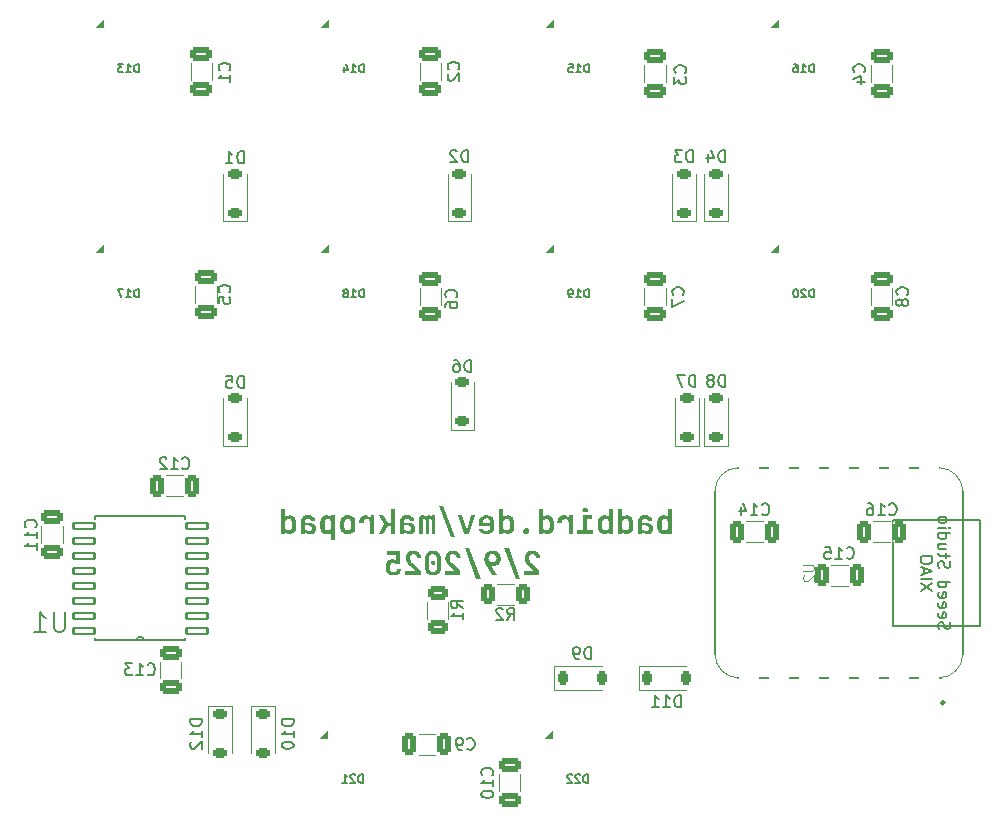
<source format=gbr>
%TF.GenerationSoftware,KiCad,Pcbnew,8.0.7*%
%TF.CreationDate,2025-02-14T00:11:11-05:00*%
%TF.ProjectId,makropad,6d616b72-6f70-4616-942e-6b696361645f,rev?*%
%TF.SameCoordinates,Original*%
%TF.FileFunction,Legend,Bot*%
%TF.FilePolarity,Positive*%
%FSLAX46Y46*%
G04 Gerber Fmt 4.6, Leading zero omitted, Abs format (unit mm)*
G04 Created by KiCad (PCBNEW 8.0.7) date 2025-02-14 00:11:11*
%MOMM*%
%LPD*%
G01*
G04 APERTURE LIST*
G04 Aperture macros list*
%AMRoundRect*
0 Rectangle with rounded corners*
0 $1 Rounding radius*
0 $2 $3 $4 $5 $6 $7 $8 $9 X,Y pos of 4 corners*
0 Add a 4 corners polygon primitive as box body*
4,1,4,$2,$3,$4,$5,$6,$7,$8,$9,$2,$3,0*
0 Add four circle primitives for the rounded corners*
1,1,$1+$1,$2,$3*
1,1,$1+$1,$4,$5*
1,1,$1+$1,$6,$7*
1,1,$1+$1,$8,$9*
0 Add four rect primitives between the rounded corners*
20,1,$1+$1,$2,$3,$4,$5,0*
20,1,$1+$1,$4,$5,$6,$7,0*
20,1,$1+$1,$6,$7,$8,$9,0*
20,1,$1+$1,$8,$9,$2,$3,0*%
%AMOutline5P*
0 Free polygon, 5 corners , with rotation*
0 The origin of the aperture is its center*
0 number of corners: always 5*
0 $1 to $10 corner X, Y*
0 $11 Rotation angle, in degrees counterclockwise*
0 create outline with 5 corners*
4,1,5,$1,$2,$3,$4,$5,$6,$7,$8,$9,$10,$1,$2,$11*%
%AMOutline6P*
0 Free polygon, 6 corners , with rotation*
0 The origin of the aperture is its center*
0 number of corners: always 6*
0 $1 to $12 corner X, Y*
0 $13 Rotation angle, in degrees counterclockwise*
0 create outline with 6 corners*
4,1,6,$1,$2,$3,$4,$5,$6,$7,$8,$9,$10,$11,$12,$1,$2,$13*%
%AMOutline7P*
0 Free polygon, 7 corners , with rotation*
0 The origin of the aperture is its center*
0 number of corners: always 7*
0 $1 to $14 corner X, Y*
0 $15 Rotation angle, in degrees counterclockwise*
0 create outline with 7 corners*
4,1,7,$1,$2,$3,$4,$5,$6,$7,$8,$9,$10,$11,$12,$13,$14,$1,$2,$15*%
%AMOutline8P*
0 Free polygon, 8 corners , with rotation*
0 The origin of the aperture is its center*
0 number of corners: always 8*
0 $1 to $16 corner X, Y*
0 $17 Rotation angle, in degrees counterclockwise*
0 create outline with 8 corners*
4,1,8,$1,$2,$3,$4,$5,$6,$7,$8,$9,$10,$11,$12,$13,$14,$15,$16,$1,$2,$17*%
G04 Aperture macros list end*
%ADD10C,0.400000*%
%ADD11C,0.150000*%
%ADD12C,0.101600*%
%ADD13C,0.120000*%
%ADD14C,0.100000*%
%ADD15C,0.152400*%
%ADD16C,0.127000*%
%ADD17C,0.254000*%
%ADD18C,0.025400*%
%ADD19C,5.100000*%
%ADD20O,1.900000X2.450000*%
%ADD21O,2.450000X1.900000*%
%ADD22C,3.200000*%
%ADD23R,1.700000X1.700000*%
%ADD24O,1.700000X1.700000*%
%ADD25R,2.000000X2.000000*%
%ADD26C,2.000000*%
%ADD27R,3.200000X2.000000*%
%ADD28RoundRect,0.225000X0.375000X-0.225000X0.375000X0.225000X-0.375000X0.225000X-0.375000X-0.225000X0*%
%ADD29RoundRect,0.250000X-0.650000X0.325000X-0.650000X-0.325000X0.650000X-0.325000X0.650000X0.325000X0*%
%ADD30RoundRect,0.250000X0.325000X0.650000X-0.325000X0.650000X-0.325000X-0.650000X0.325000X-0.650000X0*%
%ADD31R,1.800000X0.820000*%
%ADD32Outline5P,-0.900000X0.410000X0.900000X0.410000X0.900000X-0.246000X0.736000X-0.410000X-0.900000X-0.410000X180.000000*%
%ADD33RoundRect,0.225000X-0.375000X0.225000X-0.375000X-0.225000X0.375000X-0.225000X0.375000X0.225000X0*%
%ADD34RoundRect,0.250000X0.625000X-0.312500X0.625000X0.312500X-0.625000X0.312500X-0.625000X-0.312500X0*%
%ADD35RoundRect,0.250000X0.650000X-0.325000X0.650000X0.325000X-0.650000X0.325000X-0.650000X-0.325000X0*%
%ADD36RoundRect,0.225000X-0.225000X-0.375000X0.225000X-0.375000X0.225000X0.375000X-0.225000X0.375000X0*%
%ADD37RoundRect,0.102000X-0.901700X-0.266700X0.901700X-0.266700X0.901700X0.266700X-0.901700X0.266700X0*%
%ADD38RoundRect,0.250000X0.312500X0.625000X-0.312500X0.625000X-0.312500X-0.625000X0.312500X-0.625000X0*%
%ADD39R,1.700000X3.500000*%
%ADD40O,1.700000X3.600000*%
%ADD41O,1.700000X3.700000*%
G04 APERTURE END LIST*
D10*
G36*
X158028227Y-95160000D02*
G01*
X158028227Y-94821967D01*
X157389288Y-94179609D01*
X157319800Y-94104956D01*
X157255553Y-94026722D01*
X157196465Y-93939390D01*
X157192428Y-93932435D01*
X157150996Y-93841372D01*
X157129999Y-93741141D01*
X157128436Y-93704801D01*
X157139359Y-93606615D01*
X157179710Y-93514291D01*
X157206106Y-93482051D01*
X157291021Y-93424549D01*
X157392935Y-93402644D01*
X157417620Y-93401939D01*
X157519698Y-93413961D01*
X157610128Y-93454115D01*
X157650139Y-93487424D01*
X157707574Y-93574325D01*
X157732107Y-93677456D01*
X157734159Y-93722875D01*
X158084403Y-93722875D01*
X158076653Y-93617413D01*
X158056153Y-93520298D01*
X158018419Y-93422181D01*
X157998918Y-93385819D01*
X157940433Y-93303273D01*
X157868782Y-93233320D01*
X157783965Y-93175961D01*
X157765422Y-93166001D01*
X157666332Y-93124785D01*
X157568504Y-93100742D01*
X157462484Y-93089064D01*
X157412735Y-93087843D01*
X157308218Y-93093639D01*
X157211738Y-93111027D01*
X157113965Y-93143943D01*
X157077634Y-93161116D01*
X156987190Y-93218140D01*
X156911984Y-93289132D01*
X156856838Y-93365792D01*
X156812062Y-93461903D01*
X156787485Y-93559295D01*
X156778269Y-93666227D01*
X156778192Y-93677445D01*
X156785766Y-93782619D01*
X156808486Y-93886015D01*
X156846353Y-93987634D01*
X156873935Y-94043321D01*
X156928951Y-94133844D01*
X156989211Y-94216106D01*
X157060785Y-94301221D01*
X157131138Y-94376446D01*
X157182658Y-94427759D01*
X157608129Y-94843461D01*
X156750837Y-94843461D01*
X156750837Y-95160000D01*
X158028227Y-95160000D01*
G37*
G36*
X156402547Y-95468234D02*
G01*
X155425087Y-92835785D01*
X155060676Y-92835785D01*
X156038136Y-95468234D01*
X156402547Y-95468234D01*
G37*
G36*
X154117269Y-93089871D02*
G01*
X154224190Y-93103738D01*
X154323074Y-93130743D01*
X154413921Y-93170886D01*
X154432949Y-93181459D01*
X154520075Y-93241938D01*
X154593844Y-93315105D01*
X154654256Y-93400963D01*
X154679024Y-93448327D01*
X154713027Y-93539956D01*
X154733429Y-93639776D01*
X154740230Y-93747787D01*
X154739642Y-93782721D01*
X154730819Y-93882472D01*
X154708598Y-93984424D01*
X154673307Y-94077027D01*
X154625833Y-94158800D01*
X154561268Y-94234536D01*
X154483775Y-94295380D01*
X154403585Y-94336338D01*
X154306450Y-94363871D01*
X154199965Y-94373049D01*
X154178006Y-94372650D01*
X154080980Y-94360228D01*
X153986985Y-94327620D01*
X153901378Y-94272299D01*
X153834089Y-94197194D01*
X153817969Y-94207452D01*
X154421737Y-95160000D01*
X154032414Y-95160000D01*
X153550767Y-94378422D01*
X153539872Y-94360762D01*
X153490088Y-94270230D01*
X153448128Y-94175978D01*
X153413991Y-94078004D01*
X153388489Y-93979438D01*
X153371345Y-93874653D01*
X153365631Y-93773677D01*
X153366607Y-93744368D01*
X153709525Y-93744368D01*
X153715448Y-93822159D01*
X153746543Y-93923734D01*
X153804291Y-94007173D01*
X153862114Y-94055108D01*
X153954117Y-94094618D01*
X154053419Y-94106336D01*
X154127058Y-94100138D01*
X154223320Y-94067600D01*
X154302547Y-94007173D01*
X154348120Y-93946294D01*
X154385684Y-93849253D01*
X154396824Y-93744368D01*
X154390932Y-93667279D01*
X154359997Y-93566643D01*
X154302547Y-93484005D01*
X154244488Y-93436542D01*
X154152290Y-93397421D01*
X154052930Y-93385819D01*
X153979291Y-93391956D01*
X153883029Y-93424173D01*
X153803803Y-93484005D01*
X153758229Y-93544296D01*
X153720665Y-93640433D01*
X153709525Y-93744368D01*
X153366607Y-93744368D01*
X153367742Y-93710265D01*
X153382180Y-93602734D01*
X153410297Y-93503704D01*
X153452093Y-93413175D01*
X153463107Y-93394265D01*
X153526190Y-93307616D01*
X153602631Y-93234133D01*
X153692428Y-93173817D01*
X153752185Y-93144599D01*
X153848841Y-93112107D01*
X153953920Y-93093217D01*
X154054396Y-93087843D01*
X154117269Y-93089871D01*
G37*
G36*
X153045673Y-95468234D02*
G01*
X152068213Y-92835785D01*
X151703803Y-92835785D01*
X152681263Y-95468234D01*
X153045673Y-95468234D01*
G37*
G36*
X151314480Y-95160000D02*
G01*
X151314480Y-94821967D01*
X150675540Y-94179609D01*
X150606053Y-94104956D01*
X150541805Y-94026722D01*
X150482718Y-93939390D01*
X150478681Y-93932435D01*
X150437249Y-93841372D01*
X150416251Y-93741141D01*
X150414689Y-93704801D01*
X150425611Y-93606615D01*
X150465963Y-93514291D01*
X150492358Y-93482051D01*
X150577273Y-93424549D01*
X150679187Y-93402644D01*
X150703872Y-93401939D01*
X150805951Y-93413961D01*
X150896381Y-93454115D01*
X150936392Y-93487424D01*
X150993827Y-93574325D01*
X151018360Y-93677456D01*
X151020411Y-93722875D01*
X151370655Y-93722875D01*
X151362906Y-93617413D01*
X151342405Y-93520298D01*
X151304672Y-93422181D01*
X151285170Y-93385819D01*
X151226686Y-93303273D01*
X151155035Y-93233320D01*
X151070218Y-93175961D01*
X151051674Y-93166001D01*
X150952584Y-93124785D01*
X150854756Y-93100742D01*
X150748737Y-93089064D01*
X150698988Y-93087843D01*
X150594471Y-93093639D01*
X150497991Y-93111027D01*
X150400218Y-93143943D01*
X150363886Y-93161116D01*
X150273442Y-93218140D01*
X150198236Y-93289132D01*
X150143091Y-93365792D01*
X150098315Y-93461903D01*
X150073738Y-93559295D01*
X150064522Y-93666227D01*
X150064445Y-93677445D01*
X150072018Y-93782619D01*
X150094738Y-93886015D01*
X150132606Y-93987634D01*
X150160188Y-94043321D01*
X150215204Y-94133844D01*
X150275464Y-94216106D01*
X150347038Y-94301221D01*
X150417391Y-94376446D01*
X150468911Y-94427759D01*
X150894382Y-94843461D01*
X150037090Y-94843461D01*
X150037090Y-95160000D01*
X151314480Y-95160000D01*
G37*
G36*
X149061529Y-93949115D02*
G01*
X149151465Y-93995450D01*
X149178255Y-94030092D01*
X149202267Y-94128806D01*
X149197306Y-94179248D01*
X149151465Y-94267048D01*
X149112451Y-94296806D01*
X149017131Y-94319316D01*
X148973245Y-94315181D01*
X148884263Y-94267048D01*
X148855340Y-94227131D01*
X148833461Y-94128806D01*
X148837441Y-94084920D01*
X148883775Y-93995938D01*
X148918417Y-93969148D01*
X149017131Y-93945136D01*
X149061529Y-93949115D01*
G37*
G36*
X149066644Y-93089026D02*
G01*
X149169989Y-93100339D01*
X149265219Y-93123630D01*
X149361514Y-93163558D01*
X149446312Y-93216891D01*
X149524603Y-93289442D01*
X149587194Y-93376538D01*
X149601424Y-93402604D01*
X149638747Y-93495569D01*
X149660519Y-93597884D01*
X149666817Y-93697962D01*
X149666817Y-94577725D01*
X149666118Y-94611842D01*
X149655620Y-94709249D01*
X149629183Y-94808778D01*
X149587194Y-94899148D01*
X149524383Y-94986245D01*
X149446102Y-95058795D01*
X149361514Y-95112128D01*
X149324183Y-95129874D01*
X149223709Y-95163886D01*
X149124555Y-95181854D01*
X149017131Y-95187843D01*
X148968382Y-95186660D01*
X148864780Y-95175347D01*
X148769601Y-95152056D01*
X148673726Y-95112128D01*
X148589443Y-95058795D01*
X148511498Y-94986245D01*
X148449023Y-94899148D01*
X148434706Y-94872999D01*
X148397153Y-94779881D01*
X148375248Y-94677605D01*
X148368911Y-94577725D01*
X148368911Y-93697962D01*
X148699616Y-93697962D01*
X148699616Y-94577725D01*
X148701715Y-94620023D01*
X148726818Y-94717275D01*
X148785589Y-94801451D01*
X148825887Y-94834189D01*
X148916106Y-94873655D01*
X149017131Y-94885471D01*
X149061191Y-94883419D01*
X149162349Y-94858886D01*
X149249651Y-94801451D01*
X149279034Y-94767986D01*
X149323954Y-94674674D01*
X149336113Y-94577725D01*
X149336113Y-93697962D01*
X149334026Y-93655804D01*
X149309065Y-93558806D01*
X149250628Y-93474724D01*
X149210092Y-93441795D01*
X149119309Y-93402100D01*
X149017620Y-93390216D01*
X148973315Y-93392279D01*
X148872076Y-93416955D01*
X148785589Y-93474724D01*
X148760821Y-93502328D01*
X148713805Y-93593957D01*
X148699616Y-93697962D01*
X148368911Y-93697962D01*
X148369611Y-93663761D01*
X148380108Y-93566208D01*
X148406545Y-93466698D01*
X148448534Y-93376538D01*
X148510952Y-93289442D01*
X148588724Y-93216891D01*
X148672749Y-93163558D01*
X148709775Y-93145813D01*
X148810019Y-93111800D01*
X148909620Y-93093832D01*
X149018108Y-93087843D01*
X149066644Y-93089026D01*
G37*
G36*
X147957606Y-95160000D02*
G01*
X147957606Y-94821967D01*
X147318667Y-94179609D01*
X147249179Y-94104956D01*
X147184932Y-94026722D01*
X147125844Y-93939390D01*
X147121807Y-93932435D01*
X147080375Y-93841372D01*
X147059378Y-93741141D01*
X147057815Y-93704801D01*
X147068738Y-93606615D01*
X147109089Y-93514291D01*
X147135484Y-93482051D01*
X147220399Y-93424549D01*
X147322314Y-93402644D01*
X147346999Y-93401939D01*
X147449077Y-93413961D01*
X147539507Y-93454115D01*
X147579518Y-93487424D01*
X147636953Y-93574325D01*
X147661486Y-93677456D01*
X147663538Y-93722875D01*
X148013782Y-93722875D01*
X148006032Y-93617413D01*
X147985532Y-93520298D01*
X147947798Y-93422181D01*
X147928297Y-93385819D01*
X147869812Y-93303273D01*
X147798161Y-93233320D01*
X147713344Y-93175961D01*
X147694801Y-93166001D01*
X147595711Y-93124785D01*
X147497883Y-93100742D01*
X147391863Y-93089064D01*
X147342114Y-93087843D01*
X147237597Y-93093639D01*
X147141117Y-93111027D01*
X147043344Y-93143943D01*
X147007013Y-93161116D01*
X146916568Y-93218140D01*
X146841363Y-93289132D01*
X146786217Y-93365792D01*
X146741441Y-93461903D01*
X146716864Y-93559295D01*
X146707648Y-93666227D01*
X146707571Y-93677445D01*
X146715144Y-93782619D01*
X146737865Y-93886015D01*
X146775732Y-93987634D01*
X146803314Y-94043321D01*
X146858330Y-94133844D01*
X146918590Y-94216106D01*
X146990164Y-94301221D01*
X147060517Y-94376446D01*
X147112037Y-94427759D01*
X147537508Y-94843461D01*
X146680216Y-94843461D01*
X146680216Y-95160000D01*
X147957606Y-95160000D01*
G37*
G36*
X145665143Y-95187843D02*
G01*
X145766940Y-95182863D01*
X145875850Y-95164464D01*
X145974148Y-95132507D01*
X146061833Y-95086993D01*
X146117969Y-95046182D01*
X146193715Y-94968910D01*
X146249982Y-94879242D01*
X146286771Y-94777179D01*
X146302983Y-94677706D01*
X146304082Y-94662721D01*
X145953838Y-94662721D01*
X145925503Y-94760174D01*
X145869818Y-94824410D01*
X145780669Y-94867641D01*
X145679824Y-94881826D01*
X145663677Y-94882051D01*
X145564690Y-94871335D01*
X145474036Y-94831745D01*
X145443370Y-94805847D01*
X145389374Y-94720639D01*
X145368804Y-94617095D01*
X145368143Y-94591891D01*
X145368143Y-94393077D01*
X145380397Y-94290604D01*
X145424991Y-94198812D01*
X145442393Y-94179120D01*
X145527780Y-94125475D01*
X145627308Y-94105550D01*
X145662700Y-94104382D01*
X145760588Y-94117125D01*
X145818039Y-94140530D01*
X145895478Y-94206877D01*
X145916713Y-94240669D01*
X146258653Y-94240669D01*
X146244487Y-93116175D01*
X145092637Y-93116175D01*
X145092637Y-93432226D01*
X145912316Y-93432226D01*
X145919155Y-94026224D01*
X145836113Y-94026224D01*
X145921109Y-94097055D01*
X145904340Y-94000591D01*
X145848775Y-93917082D01*
X145819504Y-93892379D01*
X145732973Y-93846835D01*
X145636154Y-93823553D01*
X145544487Y-93817641D01*
X145440776Y-93824530D01*
X145335187Y-93850320D01*
X145243397Y-93895223D01*
X145165407Y-93959237D01*
X145156629Y-93968583D01*
X145095935Y-94052083D01*
X145052581Y-94150666D01*
X145028873Y-94249298D01*
X145018441Y-94359476D01*
X145017899Y-94393077D01*
X145017899Y-94591891D01*
X145023927Y-94691467D01*
X145046196Y-94797265D01*
X145084875Y-94891890D01*
X145139963Y-94975341D01*
X145189357Y-95028108D01*
X145270562Y-95090349D01*
X145364575Y-95137302D01*
X145471398Y-95168968D01*
X145573156Y-95183943D01*
X145665143Y-95187843D01*
G37*
G36*
X169285066Y-91660000D02*
G01*
X168943126Y-91660000D01*
X168943126Y-91365931D01*
X168935068Y-91365931D01*
X168929965Y-91404903D01*
X168895161Y-91497562D01*
X168831751Y-91580865D01*
X168817461Y-91593819D01*
X168727883Y-91650129D01*
X168630319Y-91679381D01*
X168529378Y-91687843D01*
X168418920Y-91677921D01*
X168320062Y-91648154D01*
X168232807Y-91598542D01*
X168157152Y-91529085D01*
X168124294Y-91487633D01*
X168071721Y-91394149D01*
X168040095Y-91300780D01*
X168021886Y-91196612D01*
X168016957Y-91098729D01*
X168016957Y-90696217D01*
X168367201Y-90696217D01*
X168367201Y-91083586D01*
X168368377Y-91118696D01*
X168388432Y-91218466D01*
X168442428Y-91306336D01*
X168462173Y-91324654D01*
X168552942Y-91371594D01*
X168652965Y-91384494D01*
X168677027Y-91383798D01*
X168776483Y-91362160D01*
X168859595Y-91305359D01*
X168885160Y-91273451D01*
X168924243Y-91181635D01*
X168934822Y-91083586D01*
X168934822Y-90696217D01*
X168933646Y-90661664D01*
X168913591Y-90562968D01*
X168859595Y-90474933D01*
X168839803Y-90456386D01*
X168750223Y-90408859D01*
X168652965Y-90395799D01*
X168628123Y-90396485D01*
X168526155Y-90417857D01*
X168442428Y-90473956D01*
X168416863Y-90505435D01*
X168377780Y-90597184D01*
X168367201Y-90696217D01*
X168016957Y-90696217D01*
X168016957Y-90682540D01*
X168017505Y-90649086D01*
X168028047Y-90538850D01*
X168052006Y-90439274D01*
X168095817Y-90338524D01*
X168157152Y-90251695D01*
X168232807Y-90181811D01*
X168320062Y-90131894D01*
X168418920Y-90101944D01*
X168529378Y-90091960D01*
X168552709Y-90092382D01*
X168650284Y-90104717D01*
X168744470Y-90138453D01*
X168830774Y-90199916D01*
X168844379Y-90213666D01*
X168903517Y-90300615D01*
X168934239Y-90396290D01*
X168935807Y-90413872D01*
X168945080Y-90413872D01*
X168934822Y-90047508D01*
X168934822Y-89616175D01*
X169285066Y-89616175D01*
X169285066Y-91660000D01*
G37*
G36*
X166995535Y-90092462D02*
G01*
X167104352Y-90102123D01*
X167204239Y-90124078D01*
X167307462Y-90164226D01*
X167399023Y-90220432D01*
X167475593Y-90290072D01*
X167533845Y-90371008D01*
X167573778Y-90463240D01*
X167595394Y-90566769D01*
X167253454Y-90566769D01*
X167231705Y-90502565D01*
X167163084Y-90430481D01*
X167071502Y-90391222D01*
X166973063Y-90380167D01*
X166957401Y-90380415D01*
X166859734Y-90396043D01*
X166773761Y-90443670D01*
X166719539Y-90518775D01*
X166701465Y-90618060D01*
X166701465Y-90749462D01*
X167085415Y-90749462D01*
X167119431Y-90749947D01*
X167230886Y-90759277D01*
X167330512Y-90780481D01*
X167429889Y-90819255D01*
X167513817Y-90873538D01*
X167573012Y-90932492D01*
X167627756Y-91022648D01*
X167656241Y-91116345D01*
X167665736Y-91222805D01*
X167662385Y-91287648D01*
X167639462Y-91393428D01*
X167594825Y-91485142D01*
X167528471Y-91562791D01*
X167453367Y-91617501D01*
X167353985Y-91660366D01*
X167252410Y-91681859D01*
X167153314Y-91687843D01*
X167114577Y-91686963D01*
X167007226Y-91673761D01*
X166903538Y-91640512D01*
X166816259Y-91587704D01*
X166743950Y-91510373D01*
X166701656Y-91416071D01*
X166698481Y-91390355D01*
X166690718Y-91390355D01*
X166690718Y-91660000D01*
X166351221Y-91660000D01*
X166351221Y-91153928D01*
X166701465Y-91153928D01*
X166702294Y-91176069D01*
X166731295Y-91275052D01*
X166795743Y-91349811D01*
X166839323Y-91379313D01*
X166933778Y-91414879D01*
X167036566Y-91425526D01*
X167052709Y-91425280D01*
X167153314Y-91409773D01*
X167241730Y-91362512D01*
X167297051Y-91288018D01*
X167315491Y-91190565D01*
X167304850Y-91114386D01*
X167251011Y-91027411D01*
X167175296Y-90981615D01*
X167078087Y-90966350D01*
X166701465Y-90966350D01*
X166701465Y-91153928D01*
X166351221Y-91153928D01*
X166351221Y-90614640D01*
X166351381Y-90599746D01*
X166361509Y-90500884D01*
X166392376Y-90399462D01*
X166443819Y-90310375D01*
X166515840Y-90233621D01*
X166558835Y-90200420D01*
X166655860Y-90147297D01*
X166752829Y-90115340D01*
X166861064Y-90096941D01*
X166962805Y-90091960D01*
X166995535Y-90092462D01*
G37*
G36*
X165028401Y-90047508D02*
G01*
X165018143Y-90413872D01*
X165028719Y-90413872D01*
X165033315Y-90375888D01*
X165068273Y-90283381D01*
X165131960Y-90199916D01*
X165146191Y-90186843D01*
X165235513Y-90130019D01*
X165332943Y-90100500D01*
X165433845Y-90091960D01*
X165544120Y-90101944D01*
X165642916Y-90131894D01*
X165730233Y-90181811D01*
X165806071Y-90251695D01*
X165838929Y-90293369D01*
X165891502Y-90387158D01*
X165923128Y-90480644D01*
X165941337Y-90584789D01*
X165946266Y-90682540D01*
X165946266Y-91098729D01*
X165945717Y-91132238D01*
X165935138Y-91242578D01*
X165911095Y-91342117D01*
X165867131Y-91442654D01*
X165805582Y-91529085D01*
X165729592Y-91598542D01*
X165642306Y-91648154D01*
X165543723Y-91677921D01*
X165433845Y-91687843D01*
X165410340Y-91687425D01*
X165312220Y-91675202D01*
X165217881Y-91641771D01*
X165131960Y-91580865D01*
X165118414Y-91567170D01*
X165059533Y-91480320D01*
X165028946Y-91384436D01*
X165027310Y-91365931D01*
X165020097Y-91365931D01*
X165020097Y-91660000D01*
X164678157Y-91660000D01*
X164678157Y-90696217D01*
X165028401Y-90696217D01*
X165028401Y-91083586D01*
X165029577Y-91118254D01*
X165049632Y-91217217D01*
X165103628Y-91305359D01*
X165123206Y-91323906D01*
X165212529Y-91371433D01*
X165310258Y-91384494D01*
X165335100Y-91383807D01*
X165437068Y-91362435D01*
X165520795Y-91306336D01*
X165546360Y-91274691D01*
X165585443Y-91182688D01*
X165596022Y-91083586D01*
X165596022Y-90696217D01*
X165594846Y-90661115D01*
X165574791Y-90561476D01*
X165520795Y-90473956D01*
X165501050Y-90455638D01*
X165410281Y-90408698D01*
X165310258Y-90395799D01*
X165286030Y-90396494D01*
X165186253Y-90418132D01*
X165103628Y-90474933D01*
X165078063Y-90506824D01*
X165038980Y-90598467D01*
X165028401Y-90696217D01*
X164678157Y-90696217D01*
X164678157Y-89616175D01*
X165028401Y-89616175D01*
X165028401Y-90047508D01*
G37*
G36*
X164249755Y-91660000D02*
G01*
X163907815Y-91660000D01*
X163907815Y-91365931D01*
X163899758Y-91365931D01*
X163894655Y-91404903D01*
X163859850Y-91497562D01*
X163796441Y-91580865D01*
X163782150Y-91593819D01*
X163692572Y-91650129D01*
X163595008Y-91679381D01*
X163494068Y-91687843D01*
X163383609Y-91677921D01*
X163284752Y-91648154D01*
X163197496Y-91598542D01*
X163121842Y-91529085D01*
X163088983Y-91487633D01*
X163036410Y-91394149D01*
X163004784Y-91300780D01*
X162986575Y-91196612D01*
X162981646Y-91098729D01*
X162981646Y-90696217D01*
X163331891Y-90696217D01*
X163331891Y-91083586D01*
X163333066Y-91118696D01*
X163353122Y-91218466D01*
X163407117Y-91306336D01*
X163426863Y-91324654D01*
X163517631Y-91371594D01*
X163617655Y-91384494D01*
X163641716Y-91383798D01*
X163741172Y-91362160D01*
X163824284Y-91305359D01*
X163849850Y-91273451D01*
X163888932Y-91181635D01*
X163899511Y-91083586D01*
X163899511Y-90696217D01*
X163898336Y-90661664D01*
X163878280Y-90562968D01*
X163824284Y-90474933D01*
X163804493Y-90456386D01*
X163714913Y-90408859D01*
X163617655Y-90395799D01*
X163592812Y-90396485D01*
X163490845Y-90417857D01*
X163407117Y-90473956D01*
X163381552Y-90505435D01*
X163342469Y-90597184D01*
X163331891Y-90696217D01*
X162981646Y-90696217D01*
X162981646Y-90682540D01*
X162982194Y-90649086D01*
X162992736Y-90538850D01*
X163016695Y-90439274D01*
X163060506Y-90338524D01*
X163121842Y-90251695D01*
X163197496Y-90181811D01*
X163284752Y-90131894D01*
X163383609Y-90101944D01*
X163494068Y-90091960D01*
X163517399Y-90092382D01*
X163614973Y-90104717D01*
X163709159Y-90138453D01*
X163795464Y-90199916D01*
X163809069Y-90213666D01*
X163868207Y-90300615D01*
X163898928Y-90396290D01*
X163900496Y-90413872D01*
X163909769Y-90413872D01*
X163899511Y-90047508D01*
X163899511Y-89616175D01*
X164249755Y-89616175D01*
X164249755Y-91660000D01*
G37*
G36*
X162572784Y-91660000D02*
G01*
X162572784Y-91341995D01*
X162034961Y-91341995D01*
X162034961Y-90436343D01*
X162502930Y-90436343D01*
X162502930Y-90119804D01*
X161701325Y-90119804D01*
X161701325Y-91341995D01*
X161224075Y-91341995D01*
X161224075Y-91660000D01*
X162572784Y-91660000D01*
G37*
G36*
X161895743Y-89862372D02*
G01*
X161995718Y-89847069D01*
X162063782Y-89808150D01*
X162117095Y-89725489D01*
X162125819Y-89661605D01*
X162103949Y-89564007D01*
X162063782Y-89513105D01*
X161974377Y-89467424D01*
X161895743Y-89458394D01*
X161795905Y-89473835D01*
X161728192Y-89513105D01*
X161674878Y-89596758D01*
X161666154Y-89661605D01*
X161688025Y-89757807D01*
X161728192Y-89808150D01*
X161817189Y-89853423D01*
X161895743Y-89862372D01*
G37*
G36*
X160844521Y-91660000D02*
G01*
X160844521Y-90119804D01*
X160512840Y-90119804D01*
X160512840Y-90413872D01*
X160426378Y-90413872D01*
X160530425Y-90594612D01*
X160525072Y-90491296D01*
X160505846Y-90387645D01*
X160467502Y-90289431D01*
X160418562Y-90218478D01*
X160338296Y-90151760D01*
X160248355Y-90112841D01*
X160141644Y-90093937D01*
X160088834Y-90091960D01*
X159984556Y-90099300D01*
X159877974Y-90125663D01*
X159784826Y-90171199D01*
X159705111Y-90235908D01*
X159696092Y-90245345D01*
X159633688Y-90329456D01*
X159589113Y-90428405D01*
X159564737Y-90527157D01*
X159554011Y-90637269D01*
X159553454Y-90670816D01*
X159553454Y-90782679D01*
X159920307Y-90782679D01*
X159920307Y-90696217D01*
X159931091Y-90594024D01*
X159970935Y-90498936D01*
X159996999Y-90466140D01*
X160081670Y-90407937D01*
X160183745Y-90385765D01*
X160208513Y-90385052D01*
X160309089Y-90398515D01*
X160399893Y-90447509D01*
X160419539Y-90466629D01*
X160470630Y-90550725D01*
X160492453Y-90651586D01*
X160494277Y-90696217D01*
X160494277Y-91660000D01*
X160844521Y-91660000D01*
G37*
G36*
X158314654Y-90047508D02*
G01*
X158304396Y-90413872D01*
X158314972Y-90413872D01*
X158319568Y-90375888D01*
X158354525Y-90283381D01*
X158418213Y-90199916D01*
X158432444Y-90186843D01*
X158521765Y-90130019D01*
X158619195Y-90100500D01*
X158720097Y-90091960D01*
X158830373Y-90101944D01*
X158929169Y-90131894D01*
X159016486Y-90181811D01*
X159092323Y-90251695D01*
X159125182Y-90293369D01*
X159177755Y-90387158D01*
X159209381Y-90480644D01*
X159227590Y-90584789D01*
X159232519Y-90682540D01*
X159232519Y-91098729D01*
X159231969Y-91132238D01*
X159221390Y-91242578D01*
X159197348Y-91342117D01*
X159153384Y-91442654D01*
X159091835Y-91529085D01*
X159015845Y-91598542D01*
X158928558Y-91648154D01*
X158829976Y-91677921D01*
X158720097Y-91687843D01*
X158696593Y-91687425D01*
X158598473Y-91675202D01*
X158504134Y-91641771D01*
X158418213Y-91580865D01*
X158404667Y-91567170D01*
X158345786Y-91480320D01*
X158315198Y-91384436D01*
X158313562Y-91365931D01*
X158306350Y-91365931D01*
X158306350Y-91660000D01*
X157964410Y-91660000D01*
X157964410Y-90696217D01*
X158314654Y-90696217D01*
X158314654Y-91083586D01*
X158315829Y-91118254D01*
X158335885Y-91217217D01*
X158389881Y-91305359D01*
X158409458Y-91323906D01*
X158498781Y-91371433D01*
X158596510Y-91384494D01*
X158621353Y-91383807D01*
X158723321Y-91362435D01*
X158807048Y-91306336D01*
X158832613Y-91274691D01*
X158871696Y-91182688D01*
X158882274Y-91083586D01*
X158882274Y-90696217D01*
X158881099Y-90661115D01*
X158861043Y-90561476D01*
X158807048Y-90473956D01*
X158787302Y-90455638D01*
X158696534Y-90408698D01*
X158596510Y-90395799D01*
X158572283Y-90396494D01*
X158472506Y-90418132D01*
X158389881Y-90474933D01*
X158364316Y-90506824D01*
X158325233Y-90598467D01*
X158314654Y-90696217D01*
X157964410Y-90696217D01*
X157964410Y-89616175D01*
X158314654Y-89616175D01*
X158314654Y-90047508D01*
G37*
G36*
X156910746Y-91687843D02*
G01*
X157012319Y-91672387D01*
X157097239Y-91621829D01*
X157101744Y-91617501D01*
X157155233Y-91534825D01*
X157172993Y-91435799D01*
X157173063Y-91428457D01*
X157159412Y-91331418D01*
X157110380Y-91244560D01*
X157101744Y-91235505D01*
X157018335Y-91182016D01*
X156918179Y-91164256D01*
X156910746Y-91164187D01*
X156808336Y-91179857D01*
X156723706Y-91231118D01*
X156719260Y-91235505D01*
X156666503Y-91319159D01*
X156648987Y-91420875D01*
X156648918Y-91428457D01*
X156664374Y-91528871D01*
X156714932Y-91613028D01*
X156719260Y-91617501D01*
X156802302Y-91670258D01*
X156903224Y-91687774D01*
X156910746Y-91687843D01*
G37*
G36*
X154957780Y-90047508D02*
G01*
X154947522Y-90413872D01*
X154958098Y-90413872D01*
X154962694Y-90375888D01*
X154997652Y-90283381D01*
X155061339Y-90199916D01*
X155075570Y-90186843D01*
X155164892Y-90130019D01*
X155262322Y-90100500D01*
X155363224Y-90091960D01*
X155473499Y-90101944D01*
X155572295Y-90131894D01*
X155659612Y-90181811D01*
X155735450Y-90251695D01*
X155768308Y-90293369D01*
X155820881Y-90387158D01*
X155852507Y-90480644D01*
X155870716Y-90584789D01*
X155875645Y-90682540D01*
X155875645Y-91098729D01*
X155875095Y-91132238D01*
X155864517Y-91242578D01*
X155840474Y-91342117D01*
X155796510Y-91442654D01*
X155734961Y-91529085D01*
X155658971Y-91598542D01*
X155571685Y-91648154D01*
X155473102Y-91677921D01*
X155363224Y-91687843D01*
X155339719Y-91687425D01*
X155241599Y-91675202D01*
X155147260Y-91641771D01*
X155061339Y-91580865D01*
X155047793Y-91567170D01*
X154988912Y-91480320D01*
X154958325Y-91384436D01*
X154956689Y-91365931D01*
X154949476Y-91365931D01*
X154949476Y-91660000D01*
X154607536Y-91660000D01*
X154607536Y-90696217D01*
X154957780Y-90696217D01*
X154957780Y-91083586D01*
X154958956Y-91118254D01*
X154979011Y-91217217D01*
X155033007Y-91305359D01*
X155052585Y-91323906D01*
X155141908Y-91371433D01*
X155239637Y-91384494D01*
X155264479Y-91383807D01*
X155366447Y-91362435D01*
X155450174Y-91306336D01*
X155475739Y-91274691D01*
X155514822Y-91182688D01*
X155525401Y-91083586D01*
X155525401Y-90696217D01*
X155524225Y-90661115D01*
X155504170Y-90561476D01*
X155450174Y-90473956D01*
X155430428Y-90455638D01*
X155339660Y-90408698D01*
X155239637Y-90395799D01*
X155215409Y-90396494D01*
X155115632Y-90418132D01*
X155033007Y-90474933D01*
X155007442Y-90506824D01*
X154968359Y-90598467D01*
X154957780Y-90696217D01*
X154607536Y-90696217D01*
X154607536Y-89616175D01*
X154957780Y-89616175D01*
X154957780Y-90047508D01*
G37*
G36*
X153588523Y-90092622D02*
G01*
X153691717Y-90102539D01*
X153797314Y-90127517D01*
X153893370Y-90167187D01*
X153977863Y-90220119D01*
X154055818Y-90292009D01*
X154118073Y-90378213D01*
X154132216Y-90404083D01*
X154169310Y-90496209D01*
X154190948Y-90597398D01*
X154197208Y-90696217D01*
X154197208Y-91083586D01*
X154196899Y-91106064D01*
X154186080Y-91213188D01*
X154159805Y-91311534D01*
X154118073Y-91401102D01*
X154055818Y-91487585D01*
X153977863Y-91559637D01*
X153893370Y-91612616D01*
X153856092Y-91630248D01*
X153756220Y-91664041D01*
X153658178Y-91681893D01*
X153552407Y-91687843D01*
X153537062Y-91687727D01*
X153433736Y-91680424D01*
X153324406Y-91658168D01*
X153224419Y-91621073D01*
X153133775Y-91569141D01*
X153073783Y-91521663D01*
X153001311Y-91440012D01*
X152949860Y-91345842D01*
X152921772Y-91251625D01*
X153267131Y-91251625D01*
X153286799Y-91300474D01*
X153358967Y-91370327D01*
X153448602Y-91402344D01*
X153548988Y-91411360D01*
X153594979Y-91409321D01*
X153697812Y-91384931D01*
X153781507Y-91327829D01*
X153816128Y-91281240D01*
X153851291Y-91184956D01*
X153860642Y-91083586D01*
X153860642Y-90972700D01*
X152911025Y-90972700D01*
X152911025Y-90696217D01*
X152911065Y-90693286D01*
X153247592Y-90693286D01*
X153247592Y-90751547D01*
X153860642Y-90754836D01*
X153860642Y-90696217D01*
X153857877Y-90639225D01*
X153835757Y-90540490D01*
X153781995Y-90450997D01*
X153749961Y-90421448D01*
X153655447Y-90376274D01*
X153552407Y-90364047D01*
X153506640Y-90366122D01*
X153405060Y-90390940D01*
X153323796Y-90449043D01*
X153290457Y-90496182D01*
X153256597Y-90592578D01*
X153247592Y-90693286D01*
X152911065Y-90693286D01*
X152911334Y-90673623D01*
X152922154Y-90566089D01*
X152948429Y-90467619D01*
X152990160Y-90378213D01*
X153052242Y-90292009D01*
X153129678Y-90220119D01*
X153213398Y-90167187D01*
X153250218Y-90149556D01*
X153349212Y-90115763D01*
X153446791Y-90097911D01*
X153552407Y-90091960D01*
X153588523Y-90092622D01*
G37*
G36*
X152098674Y-91660000D02*
G01*
X152607676Y-90119804D01*
X152246685Y-90119804D01*
X151954082Y-91056231D01*
X151925729Y-91152453D01*
X151904745Y-91229644D01*
X151880206Y-91327074D01*
X151870062Y-91371793D01*
X151845409Y-91277029D01*
X151833426Y-91229644D01*
X151807597Y-91131240D01*
X151787508Y-91057697D01*
X151500279Y-90119804D01*
X151143684Y-90119804D01*
X151649267Y-91660000D01*
X152098674Y-91660000D01*
G37*
G36*
X150868178Y-91968234D02*
G01*
X149890718Y-89335785D01*
X149526308Y-89335785D01*
X150503768Y-91968234D01*
X150868178Y-91968234D01*
G37*
G36*
X149213189Y-91660000D02*
G01*
X149213189Y-90119804D01*
X148928401Y-90119804D01*
X148928401Y-90327899D01*
X148867829Y-90327899D01*
X148915212Y-90378702D01*
X148903281Y-90281357D01*
X148859861Y-90190474D01*
X148842916Y-90170118D01*
X148759752Y-90111500D01*
X148662930Y-90092037D01*
X148655826Y-90091960D01*
X148557919Y-90111128D01*
X148476675Y-90174204D01*
X148463363Y-90192100D01*
X148419085Y-90285314D01*
X148399249Y-90382701D01*
X148394975Y-90464187D01*
X148456036Y-90327899D01*
X148361270Y-90327899D01*
X148397906Y-90378702D01*
X148386055Y-90281357D01*
X148342928Y-90190474D01*
X148326099Y-90170118D01*
X148241591Y-90111500D01*
X148140182Y-90092037D01*
X148132658Y-90091960D01*
X148034221Y-90107004D01*
X147946030Y-90157255D01*
X147906489Y-90198939D01*
X147855290Y-90289248D01*
X147829116Y-90390376D01*
X147822470Y-90486168D01*
X147822470Y-91660000D01*
X148130216Y-91660000D01*
X148130216Y-90501311D01*
X148148900Y-90405049D01*
X148163433Y-90381632D01*
X148252763Y-90339300D01*
X148260642Y-90339134D01*
X148352977Y-90376057D01*
X148357362Y-90381144D01*
X148390721Y-90477074D01*
X148391556Y-90500334D01*
X148391556Y-91660000D01*
X148644103Y-91660000D01*
X148644103Y-90501311D01*
X148663612Y-90404408D01*
X148678785Y-90381144D01*
X148768659Y-90339298D01*
X148776482Y-90339134D01*
X148868503Y-90376057D01*
X148872714Y-90381144D01*
X148904644Y-90477074D01*
X148905443Y-90500334D01*
X148905443Y-91660000D01*
X149213189Y-91660000D01*
G37*
G36*
X146854293Y-90092462D02*
G01*
X146963109Y-90102123D01*
X147062997Y-90124078D01*
X147166220Y-90164226D01*
X147257780Y-90220432D01*
X147334351Y-90290072D01*
X147392602Y-90371008D01*
X147432536Y-90463240D01*
X147454152Y-90566769D01*
X147112212Y-90566769D01*
X147090463Y-90502565D01*
X147021842Y-90430481D01*
X146930260Y-90391222D01*
X146831821Y-90380167D01*
X146816159Y-90380415D01*
X146718492Y-90396043D01*
X146632519Y-90443670D01*
X146578297Y-90518775D01*
X146560223Y-90618060D01*
X146560223Y-90749462D01*
X146944173Y-90749462D01*
X146978189Y-90749947D01*
X147089644Y-90759277D01*
X147189270Y-90780481D01*
X147288647Y-90819255D01*
X147372575Y-90873538D01*
X147431770Y-90932492D01*
X147486514Y-91022648D01*
X147514999Y-91116345D01*
X147524494Y-91222805D01*
X147521142Y-91287648D01*
X147498220Y-91393428D01*
X147453583Y-91485142D01*
X147387229Y-91562791D01*
X147312124Y-91617501D01*
X147212742Y-91660366D01*
X147111168Y-91681859D01*
X147012072Y-91687843D01*
X146973335Y-91686963D01*
X146865984Y-91673761D01*
X146762296Y-91640512D01*
X146675017Y-91587704D01*
X146602708Y-91510373D01*
X146560414Y-91416071D01*
X146557239Y-91390355D01*
X146549476Y-91390355D01*
X146549476Y-91660000D01*
X146209979Y-91660000D01*
X146209979Y-91153928D01*
X146560223Y-91153928D01*
X146561051Y-91176069D01*
X146590053Y-91275052D01*
X146654501Y-91349811D01*
X146698081Y-91379313D01*
X146792536Y-91414879D01*
X146895324Y-91425526D01*
X146911467Y-91425280D01*
X147012072Y-91409773D01*
X147100488Y-91362512D01*
X147155809Y-91288018D01*
X147174249Y-91190565D01*
X147163608Y-91114386D01*
X147109769Y-91027411D01*
X147034054Y-90981615D01*
X146936845Y-90966350D01*
X146560223Y-90966350D01*
X146560223Y-91153928D01*
X146209979Y-91153928D01*
X146209979Y-90614640D01*
X146210139Y-90599746D01*
X146220267Y-90500884D01*
X146251133Y-90399462D01*
X146302577Y-90310375D01*
X146374598Y-90233621D01*
X146417593Y-90200420D01*
X146514618Y-90147297D01*
X146611587Y-90115340D01*
X146719822Y-90096941D01*
X146821563Y-90091960D01*
X146854293Y-90092462D01*
G37*
G36*
X145778646Y-91660000D02*
G01*
X145778646Y-89616175D01*
X145428401Y-89616175D01*
X145428401Y-90724549D01*
X145183670Y-90724549D01*
X144809490Y-90119804D01*
X144416259Y-90119804D01*
X144881786Y-90865233D01*
X144407955Y-91660000D01*
X144808513Y-91660000D01*
X145184159Y-91021549D01*
X145428401Y-91021549D01*
X145428401Y-91660000D01*
X145778646Y-91660000D01*
G37*
G36*
X144060153Y-91660000D02*
G01*
X144060153Y-90119804D01*
X143728471Y-90119804D01*
X143728471Y-90413872D01*
X143642009Y-90413872D01*
X143746057Y-90594612D01*
X143740704Y-90491296D01*
X143721477Y-90387645D01*
X143683134Y-90289431D01*
X143634193Y-90218478D01*
X143553927Y-90151760D01*
X143463986Y-90112841D01*
X143357276Y-90093937D01*
X143304466Y-90091960D01*
X143200187Y-90099300D01*
X143093606Y-90125663D01*
X143000458Y-90171199D01*
X142920743Y-90235908D01*
X142911723Y-90245345D01*
X142849319Y-90329456D01*
X142804745Y-90428405D01*
X142780368Y-90527157D01*
X142769643Y-90637269D01*
X142769085Y-90670816D01*
X142769085Y-90782679D01*
X143135938Y-90782679D01*
X143135938Y-90696217D01*
X143146723Y-90594024D01*
X143186567Y-90498936D01*
X143212630Y-90466140D01*
X143297302Y-90407937D01*
X143399376Y-90385765D01*
X143424145Y-90385052D01*
X143524720Y-90398515D01*
X143615524Y-90447509D01*
X143635170Y-90466629D01*
X143686261Y-90550725D01*
X143708084Y-90651586D01*
X143709909Y-90696217D01*
X143709909Y-91660000D01*
X144060153Y-91660000D01*
G37*
G36*
X141841179Y-90095055D02*
G01*
X141944812Y-90104844D01*
X142050351Y-90129497D01*
X142145778Y-90168653D01*
X142229498Y-90220812D01*
X142306934Y-90292182D01*
X142369016Y-90378213D01*
X142383158Y-90404105D01*
X142420252Y-90496612D01*
X142441891Y-90598659D01*
X142448150Y-90698660D01*
X142448150Y-91081144D01*
X142447841Y-91103918D01*
X142437022Y-91212234D01*
X142410747Y-91311295D01*
X142369016Y-91401102D01*
X142306934Y-91487469D01*
X142229498Y-91559175D01*
X142145778Y-91611639D01*
X142108821Y-91629042D01*
X142009349Y-91662396D01*
X141911178Y-91680016D01*
X141804815Y-91685889D01*
X141768201Y-91685237D01*
X141664131Y-91675448D01*
X141558648Y-91650795D01*
X141463852Y-91611639D01*
X141380389Y-91559175D01*
X141303126Y-91487469D01*
X141241102Y-91401102D01*
X141226960Y-91375132D01*
X141189865Y-91282548D01*
X141168227Y-91180711D01*
X141161967Y-91081144D01*
X141161967Y-90698660D01*
X141512212Y-90698660D01*
X141512212Y-91081144D01*
X141513402Y-91116345D01*
X141533718Y-91215991D01*
X141588415Y-91302916D01*
X141608466Y-91320891D01*
X141701467Y-91366951D01*
X141804815Y-91379609D01*
X141838428Y-91378410D01*
X141934601Y-91357964D01*
X142020725Y-91302916D01*
X142046955Y-91271753D01*
X142087052Y-91180337D01*
X142097906Y-91081144D01*
X142097906Y-90698660D01*
X142096700Y-90663130D01*
X142076124Y-90562945D01*
X142020725Y-90476399D01*
X142000362Y-90458538D01*
X141907139Y-90412771D01*
X141804815Y-90400195D01*
X141770766Y-90401386D01*
X141673917Y-90421702D01*
X141588415Y-90476399D01*
X141562518Y-90507282D01*
X141522928Y-90598711D01*
X141512212Y-90698660D01*
X141161967Y-90698660D01*
X141161967Y-90697683D01*
X141162277Y-90674911D01*
X141173096Y-90566662D01*
X141199371Y-90467762D01*
X141241102Y-90378213D01*
X141303126Y-90292182D01*
X141380389Y-90220812D01*
X141463852Y-90168653D01*
X141500488Y-90151250D01*
X141599559Y-90117896D01*
X141697859Y-90100276D01*
X141804815Y-90094403D01*
X141841179Y-90095055D01*
G37*
G36*
X140018424Y-90092380D02*
G01*
X140116437Y-90104659D01*
X140210928Y-90138243D01*
X140297348Y-90199427D01*
X140310953Y-90213122D01*
X140370091Y-90299972D01*
X140400812Y-90395856D01*
X140402412Y-90413872D01*
X140409699Y-90413872D01*
X140409699Y-90119804D01*
X140751639Y-90119804D01*
X140751639Y-92164117D01*
X140401395Y-92164117D01*
X140401395Y-91732295D01*
X140411653Y-91365931D01*
X140401043Y-91365931D01*
X140396366Y-91404184D01*
X140361103Y-91496691D01*
X140296859Y-91580376D01*
X140282457Y-91593390D01*
X140192600Y-91649957D01*
X140095284Y-91679342D01*
X139994975Y-91687843D01*
X139919229Y-91683325D01*
X139815571Y-91659603D01*
X139723866Y-91615547D01*
X139669918Y-91575614D01*
X139601019Y-91501516D01*
X139546545Y-91410383D01*
X139542668Y-91402033D01*
X139508146Y-91304138D01*
X139489684Y-91205525D01*
X139483531Y-91097752D01*
X139483531Y-90696217D01*
X139833775Y-90696217D01*
X139833775Y-91083586D01*
X139834943Y-91118696D01*
X139854868Y-91218466D01*
X139908513Y-91306336D01*
X139928136Y-91324654D01*
X140018447Y-91371594D01*
X140118073Y-91384494D01*
X140142226Y-91383798D01*
X140242110Y-91362160D01*
X140325680Y-91305359D01*
X140351411Y-91273451D01*
X140390748Y-91181635D01*
X140401395Y-91083586D01*
X140401395Y-90696217D01*
X140400212Y-90661664D01*
X140380026Y-90562968D01*
X140325680Y-90474933D01*
X140305766Y-90456386D01*
X140215728Y-90408859D01*
X140118073Y-90395799D01*
X140093322Y-90396477D01*
X139991782Y-90417581D01*
X139908513Y-90472979D01*
X139883114Y-90504343D01*
X139844285Y-90596360D01*
X139833775Y-90696217D01*
X139483531Y-90696217D01*
X139483531Y-90681074D01*
X139484076Y-90647682D01*
X139494582Y-90537660D01*
X139518457Y-90438297D01*
X139562116Y-90337791D01*
X139623237Y-90251207D01*
X139698678Y-90181536D01*
X139785781Y-90131772D01*
X139884547Y-90101913D01*
X139994975Y-90091960D01*
X140018424Y-90092380D01*
G37*
G36*
X138462109Y-90092462D02*
G01*
X138570925Y-90102123D01*
X138670812Y-90124078D01*
X138774036Y-90164226D01*
X138865596Y-90220432D01*
X138942166Y-90290072D01*
X139000418Y-90371008D01*
X139040352Y-90463240D01*
X139061967Y-90566769D01*
X138720027Y-90566769D01*
X138698279Y-90502565D01*
X138629658Y-90430481D01*
X138538076Y-90391222D01*
X138439637Y-90380167D01*
X138423975Y-90380415D01*
X138326308Y-90396043D01*
X138240334Y-90443670D01*
X138186113Y-90518775D01*
X138168039Y-90618060D01*
X138168039Y-90749462D01*
X138551988Y-90749462D01*
X138586005Y-90749947D01*
X138697459Y-90759277D01*
X138797086Y-90780481D01*
X138896462Y-90819255D01*
X138980390Y-90873538D01*
X139039585Y-90932492D01*
X139094330Y-91022648D01*
X139122814Y-91116345D01*
X139132309Y-91222805D01*
X139128958Y-91287648D01*
X139106036Y-91393428D01*
X139061398Y-91485142D01*
X138995045Y-91562791D01*
X138919940Y-91617501D01*
X138820558Y-91660366D01*
X138718984Y-91681859D01*
X138619888Y-91687843D01*
X138581151Y-91686963D01*
X138473800Y-91673761D01*
X138370111Y-91640512D01*
X138282833Y-91587704D01*
X138210523Y-91510373D01*
X138168229Y-91416071D01*
X138165054Y-91390355D01*
X138157292Y-91390355D01*
X138157292Y-91660000D01*
X137817794Y-91660000D01*
X137817794Y-91153928D01*
X138168039Y-91153928D01*
X138168867Y-91176069D01*
X138197869Y-91275052D01*
X138262316Y-91349811D01*
X138305897Y-91379313D01*
X138400352Y-91414879D01*
X138503140Y-91425526D01*
X138519283Y-91425280D01*
X138619888Y-91409773D01*
X138708304Y-91362512D01*
X138763625Y-91288018D01*
X138782065Y-91190565D01*
X138771423Y-91114386D01*
X138717585Y-91027411D01*
X138641870Y-90981615D01*
X138544661Y-90966350D01*
X138168039Y-90966350D01*
X138168039Y-91153928D01*
X137817794Y-91153928D01*
X137817794Y-90614640D01*
X137817955Y-90599746D01*
X137828083Y-90500884D01*
X137858949Y-90399462D01*
X137910393Y-90310375D01*
X137982414Y-90233621D01*
X138025408Y-90200420D01*
X138122434Y-90147297D01*
X138219403Y-90115340D01*
X138327638Y-90096941D01*
X138429378Y-90091960D01*
X138462109Y-90092462D01*
G37*
G36*
X136494975Y-90047508D02*
G01*
X136484717Y-90413872D01*
X136495293Y-90413872D01*
X136499889Y-90375888D01*
X136534846Y-90283381D01*
X136598534Y-90199916D01*
X136612765Y-90186843D01*
X136702086Y-90130019D01*
X136799516Y-90100500D01*
X136900418Y-90091960D01*
X137010694Y-90101944D01*
X137109490Y-90131894D01*
X137196807Y-90181811D01*
X137272644Y-90251695D01*
X137305503Y-90293369D01*
X137358076Y-90387158D01*
X137389702Y-90480644D01*
X137407911Y-90584789D01*
X137412840Y-90682540D01*
X137412840Y-91098729D01*
X137412290Y-91132238D01*
X137401711Y-91242578D01*
X137377669Y-91342117D01*
X137333705Y-91442654D01*
X137272156Y-91529085D01*
X137196166Y-91598542D01*
X137108879Y-91648154D01*
X137010297Y-91677921D01*
X136900418Y-91687843D01*
X136876914Y-91687425D01*
X136778794Y-91675202D01*
X136684455Y-91641771D01*
X136598534Y-91580865D01*
X136584988Y-91567170D01*
X136526107Y-91480320D01*
X136495519Y-91384436D01*
X136493883Y-91365931D01*
X136486671Y-91365931D01*
X136486671Y-91660000D01*
X136144731Y-91660000D01*
X136144731Y-90696217D01*
X136494975Y-90696217D01*
X136494975Y-91083586D01*
X136496150Y-91118254D01*
X136516206Y-91217217D01*
X136570202Y-91305359D01*
X136589779Y-91323906D01*
X136679102Y-91371433D01*
X136776831Y-91384494D01*
X136801674Y-91383807D01*
X136903642Y-91362435D01*
X136987369Y-91306336D01*
X137012934Y-91274691D01*
X137052017Y-91182688D01*
X137062595Y-91083586D01*
X137062595Y-90696217D01*
X137061420Y-90661115D01*
X137041364Y-90561476D01*
X136987369Y-90473956D01*
X136967623Y-90455638D01*
X136876855Y-90408698D01*
X136776831Y-90395799D01*
X136752604Y-90396494D01*
X136652827Y-90418132D01*
X136570202Y-90474933D01*
X136544637Y-90506824D01*
X136505554Y-90598467D01*
X136494975Y-90696217D01*
X136144731Y-90696217D01*
X136144731Y-89616175D01*
X136494975Y-89616175D01*
X136494975Y-90047508D01*
G37*
D11*
X132988094Y-79304819D02*
X132988094Y-78304819D01*
X132988094Y-78304819D02*
X132749999Y-78304819D01*
X132749999Y-78304819D02*
X132607142Y-78352438D01*
X132607142Y-78352438D02*
X132511904Y-78447676D01*
X132511904Y-78447676D02*
X132464285Y-78542914D01*
X132464285Y-78542914D02*
X132416666Y-78733390D01*
X132416666Y-78733390D02*
X132416666Y-78876247D01*
X132416666Y-78876247D02*
X132464285Y-79066723D01*
X132464285Y-79066723D02*
X132511904Y-79161961D01*
X132511904Y-79161961D02*
X132607142Y-79257200D01*
X132607142Y-79257200D02*
X132749999Y-79304819D01*
X132749999Y-79304819D02*
X132988094Y-79304819D01*
X131511904Y-78304819D02*
X131988094Y-78304819D01*
X131988094Y-78304819D02*
X132035713Y-78781009D01*
X132035713Y-78781009D02*
X131988094Y-78733390D01*
X131988094Y-78733390D02*
X131892856Y-78685771D01*
X131892856Y-78685771D02*
X131654761Y-78685771D01*
X131654761Y-78685771D02*
X131559523Y-78733390D01*
X131559523Y-78733390D02*
X131511904Y-78781009D01*
X131511904Y-78781009D02*
X131464285Y-78876247D01*
X131464285Y-78876247D02*
X131464285Y-79114342D01*
X131464285Y-79114342D02*
X131511904Y-79209580D01*
X131511904Y-79209580D02*
X131559523Y-79257200D01*
X131559523Y-79257200D02*
X131654761Y-79304819D01*
X131654761Y-79304819D02*
X131892856Y-79304819D01*
X131892856Y-79304819D02*
X131988094Y-79257200D01*
X131988094Y-79257200D02*
X132035713Y-79209580D01*
X124842857Y-103559580D02*
X124890476Y-103607200D01*
X124890476Y-103607200D02*
X125033333Y-103654819D01*
X125033333Y-103654819D02*
X125128571Y-103654819D01*
X125128571Y-103654819D02*
X125271428Y-103607200D01*
X125271428Y-103607200D02*
X125366666Y-103511961D01*
X125366666Y-103511961D02*
X125414285Y-103416723D01*
X125414285Y-103416723D02*
X125461904Y-103226247D01*
X125461904Y-103226247D02*
X125461904Y-103083390D01*
X125461904Y-103083390D02*
X125414285Y-102892914D01*
X125414285Y-102892914D02*
X125366666Y-102797676D01*
X125366666Y-102797676D02*
X125271428Y-102702438D01*
X125271428Y-102702438D02*
X125128571Y-102654819D01*
X125128571Y-102654819D02*
X125033333Y-102654819D01*
X125033333Y-102654819D02*
X124890476Y-102702438D01*
X124890476Y-102702438D02*
X124842857Y-102750057D01*
X123890476Y-103654819D02*
X124461904Y-103654819D01*
X124176190Y-103654819D02*
X124176190Y-102654819D01*
X124176190Y-102654819D02*
X124271428Y-102797676D01*
X124271428Y-102797676D02*
X124366666Y-102892914D01*
X124366666Y-102892914D02*
X124461904Y-102940533D01*
X123557142Y-102654819D02*
X122938095Y-102654819D01*
X122938095Y-102654819D02*
X123271428Y-103035771D01*
X123271428Y-103035771D02*
X123128571Y-103035771D01*
X123128571Y-103035771D02*
X123033333Y-103083390D01*
X123033333Y-103083390D02*
X122985714Y-103131009D01*
X122985714Y-103131009D02*
X122938095Y-103226247D01*
X122938095Y-103226247D02*
X122938095Y-103464342D01*
X122938095Y-103464342D02*
X122985714Y-103559580D01*
X122985714Y-103559580D02*
X123033333Y-103607200D01*
X123033333Y-103607200D02*
X123128571Y-103654819D01*
X123128571Y-103654819D02*
X123414285Y-103654819D01*
X123414285Y-103654819D02*
X123509523Y-103607200D01*
X123509523Y-103607200D02*
X123557142Y-103559580D01*
X176867857Y-90009580D02*
X176915476Y-90057200D01*
X176915476Y-90057200D02*
X177058333Y-90104819D01*
X177058333Y-90104819D02*
X177153571Y-90104819D01*
X177153571Y-90104819D02*
X177296428Y-90057200D01*
X177296428Y-90057200D02*
X177391666Y-89961961D01*
X177391666Y-89961961D02*
X177439285Y-89866723D01*
X177439285Y-89866723D02*
X177486904Y-89676247D01*
X177486904Y-89676247D02*
X177486904Y-89533390D01*
X177486904Y-89533390D02*
X177439285Y-89342914D01*
X177439285Y-89342914D02*
X177391666Y-89247676D01*
X177391666Y-89247676D02*
X177296428Y-89152438D01*
X177296428Y-89152438D02*
X177153571Y-89104819D01*
X177153571Y-89104819D02*
X177058333Y-89104819D01*
X177058333Y-89104819D02*
X176915476Y-89152438D01*
X176915476Y-89152438D02*
X176867857Y-89200057D01*
X175915476Y-90104819D02*
X176486904Y-90104819D01*
X176201190Y-90104819D02*
X176201190Y-89104819D01*
X176201190Y-89104819D02*
X176296428Y-89247676D01*
X176296428Y-89247676D02*
X176391666Y-89342914D01*
X176391666Y-89342914D02*
X176486904Y-89390533D01*
X175058333Y-89438152D02*
X175058333Y-90104819D01*
X175296428Y-89057200D02*
X175534523Y-89771485D01*
X175534523Y-89771485D02*
X174915476Y-89771485D01*
X162200000Y-71666033D02*
X162200000Y-70966033D01*
X162200000Y-70966033D02*
X162033333Y-70966033D01*
X162033333Y-70966033D02*
X161933333Y-70999366D01*
X161933333Y-70999366D02*
X161866667Y-71066033D01*
X161866667Y-71066033D02*
X161833333Y-71132700D01*
X161833333Y-71132700D02*
X161800000Y-71266033D01*
X161800000Y-71266033D02*
X161800000Y-71366033D01*
X161800000Y-71366033D02*
X161833333Y-71499366D01*
X161833333Y-71499366D02*
X161866667Y-71566033D01*
X161866667Y-71566033D02*
X161933333Y-71632700D01*
X161933333Y-71632700D02*
X162033333Y-71666033D01*
X162033333Y-71666033D02*
X162200000Y-71666033D01*
X161133333Y-71666033D02*
X161533333Y-71666033D01*
X161333333Y-71666033D02*
X161333333Y-70966033D01*
X161333333Y-70966033D02*
X161400000Y-71066033D01*
X161400000Y-71066033D02*
X161466667Y-71132700D01*
X161466667Y-71132700D02*
X161533333Y-71166033D01*
X160800000Y-71666033D02*
X160666666Y-71666033D01*
X160666666Y-71666033D02*
X160600000Y-71632700D01*
X160600000Y-71632700D02*
X160566666Y-71599366D01*
X160566666Y-71599366D02*
X160500000Y-71499366D01*
X160500000Y-71499366D02*
X160466666Y-71366033D01*
X160466666Y-71366033D02*
X160466666Y-71099366D01*
X160466666Y-71099366D02*
X160500000Y-71032700D01*
X160500000Y-71032700D02*
X160533333Y-70999366D01*
X160533333Y-70999366D02*
X160600000Y-70966033D01*
X160600000Y-70966033D02*
X160733333Y-70966033D01*
X160733333Y-70966033D02*
X160800000Y-70999366D01*
X160800000Y-70999366D02*
X160833333Y-71032700D01*
X160833333Y-71032700D02*
X160866666Y-71099366D01*
X160866666Y-71099366D02*
X160866666Y-71266033D01*
X160866666Y-71266033D02*
X160833333Y-71332700D01*
X160833333Y-71332700D02*
X160800000Y-71366033D01*
X160800000Y-71366033D02*
X160733333Y-71399366D01*
X160733333Y-71399366D02*
X160600000Y-71399366D01*
X160600000Y-71399366D02*
X160533333Y-71366033D01*
X160533333Y-71366033D02*
X160500000Y-71332700D01*
X160500000Y-71332700D02*
X160466666Y-71266033D01*
X132988094Y-60304819D02*
X132988094Y-59304819D01*
X132988094Y-59304819D02*
X132749999Y-59304819D01*
X132749999Y-59304819D02*
X132607142Y-59352438D01*
X132607142Y-59352438D02*
X132511904Y-59447676D01*
X132511904Y-59447676D02*
X132464285Y-59542914D01*
X132464285Y-59542914D02*
X132416666Y-59733390D01*
X132416666Y-59733390D02*
X132416666Y-59876247D01*
X132416666Y-59876247D02*
X132464285Y-60066723D01*
X132464285Y-60066723D02*
X132511904Y-60161961D01*
X132511904Y-60161961D02*
X132607142Y-60257200D01*
X132607142Y-60257200D02*
X132749999Y-60304819D01*
X132749999Y-60304819D02*
X132988094Y-60304819D01*
X131464285Y-60304819D02*
X132035713Y-60304819D01*
X131749999Y-60304819D02*
X131749999Y-59304819D01*
X131749999Y-59304819D02*
X131845237Y-59447676D01*
X131845237Y-59447676D02*
X131940475Y-59542914D01*
X131940475Y-59542914D02*
X132035713Y-59590533D01*
X143070000Y-112746033D02*
X143070000Y-112046033D01*
X143070000Y-112046033D02*
X142903333Y-112046033D01*
X142903333Y-112046033D02*
X142803333Y-112079366D01*
X142803333Y-112079366D02*
X142736667Y-112146033D01*
X142736667Y-112146033D02*
X142703333Y-112212700D01*
X142703333Y-112212700D02*
X142670000Y-112346033D01*
X142670000Y-112346033D02*
X142670000Y-112446033D01*
X142670000Y-112446033D02*
X142703333Y-112579366D01*
X142703333Y-112579366D02*
X142736667Y-112646033D01*
X142736667Y-112646033D02*
X142803333Y-112712700D01*
X142803333Y-112712700D02*
X142903333Y-112746033D01*
X142903333Y-112746033D02*
X143070000Y-112746033D01*
X142403333Y-112112700D02*
X142370000Y-112079366D01*
X142370000Y-112079366D02*
X142303333Y-112046033D01*
X142303333Y-112046033D02*
X142136667Y-112046033D01*
X142136667Y-112046033D02*
X142070000Y-112079366D01*
X142070000Y-112079366D02*
X142036667Y-112112700D01*
X142036667Y-112112700D02*
X142003333Y-112179366D01*
X142003333Y-112179366D02*
X142003333Y-112246033D01*
X142003333Y-112246033D02*
X142036667Y-112346033D01*
X142036667Y-112346033D02*
X142436667Y-112746033D01*
X142436667Y-112746033D02*
X142003333Y-112746033D01*
X141336666Y-112746033D02*
X141736666Y-112746033D01*
X141536666Y-112746033D02*
X141536666Y-112046033D01*
X141536666Y-112046033D02*
X141603333Y-112146033D01*
X141603333Y-112146033D02*
X141670000Y-112212700D01*
X141670000Y-112212700D02*
X141736666Y-112246033D01*
X154009580Y-112107142D02*
X154057200Y-112059523D01*
X154057200Y-112059523D02*
X154104819Y-111916666D01*
X154104819Y-111916666D02*
X154104819Y-111821428D01*
X154104819Y-111821428D02*
X154057200Y-111678571D01*
X154057200Y-111678571D02*
X153961961Y-111583333D01*
X153961961Y-111583333D02*
X153866723Y-111535714D01*
X153866723Y-111535714D02*
X153676247Y-111488095D01*
X153676247Y-111488095D02*
X153533390Y-111488095D01*
X153533390Y-111488095D02*
X153342914Y-111535714D01*
X153342914Y-111535714D02*
X153247676Y-111583333D01*
X153247676Y-111583333D02*
X153152438Y-111678571D01*
X153152438Y-111678571D02*
X153104819Y-111821428D01*
X153104819Y-111821428D02*
X153104819Y-111916666D01*
X153104819Y-111916666D02*
X153152438Y-112059523D01*
X153152438Y-112059523D02*
X153200057Y-112107142D01*
X154104819Y-113059523D02*
X154104819Y-112488095D01*
X154104819Y-112773809D02*
X153104819Y-112773809D01*
X153104819Y-112773809D02*
X153247676Y-112678571D01*
X153247676Y-112678571D02*
X153342914Y-112583333D01*
X153342914Y-112583333D02*
X153390533Y-112488095D01*
X153104819Y-113678571D02*
X153104819Y-113773809D01*
X153104819Y-113773809D02*
X153152438Y-113869047D01*
X153152438Y-113869047D02*
X153200057Y-113916666D01*
X153200057Y-113916666D02*
X153295295Y-113964285D01*
X153295295Y-113964285D02*
X153485771Y-114011904D01*
X153485771Y-114011904D02*
X153723866Y-114011904D01*
X153723866Y-114011904D02*
X153914342Y-113964285D01*
X153914342Y-113964285D02*
X154009580Y-113916666D01*
X154009580Y-113916666D02*
X154057200Y-113869047D01*
X154057200Y-113869047D02*
X154104819Y-113773809D01*
X154104819Y-113773809D02*
X154104819Y-113678571D01*
X154104819Y-113678571D02*
X154057200Y-113583333D01*
X154057200Y-113583333D02*
X154009580Y-113535714D01*
X154009580Y-113535714D02*
X153914342Y-113488095D01*
X153914342Y-113488095D02*
X153723866Y-113440476D01*
X153723866Y-113440476D02*
X153485771Y-113440476D01*
X153485771Y-113440476D02*
X153295295Y-113488095D01*
X153295295Y-113488095D02*
X153200057Y-113535714D01*
X153200057Y-113535714D02*
X153152438Y-113583333D01*
X153152438Y-113583333D02*
X153104819Y-113678571D01*
X137204819Y-107385714D02*
X136204819Y-107385714D01*
X136204819Y-107385714D02*
X136204819Y-107623809D01*
X136204819Y-107623809D02*
X136252438Y-107766666D01*
X136252438Y-107766666D02*
X136347676Y-107861904D01*
X136347676Y-107861904D02*
X136442914Y-107909523D01*
X136442914Y-107909523D02*
X136633390Y-107957142D01*
X136633390Y-107957142D02*
X136776247Y-107957142D01*
X136776247Y-107957142D02*
X136966723Y-107909523D01*
X136966723Y-107909523D02*
X137061961Y-107861904D01*
X137061961Y-107861904D02*
X137157200Y-107766666D01*
X137157200Y-107766666D02*
X137204819Y-107623809D01*
X137204819Y-107623809D02*
X137204819Y-107385714D01*
X137204819Y-108909523D02*
X137204819Y-108338095D01*
X137204819Y-108623809D02*
X136204819Y-108623809D01*
X136204819Y-108623809D02*
X136347676Y-108528571D01*
X136347676Y-108528571D02*
X136442914Y-108433333D01*
X136442914Y-108433333D02*
X136490533Y-108338095D01*
X136204819Y-109528571D02*
X136204819Y-109623809D01*
X136204819Y-109623809D02*
X136252438Y-109719047D01*
X136252438Y-109719047D02*
X136300057Y-109766666D01*
X136300057Y-109766666D02*
X136395295Y-109814285D01*
X136395295Y-109814285D02*
X136585771Y-109861904D01*
X136585771Y-109861904D02*
X136823866Y-109861904D01*
X136823866Y-109861904D02*
X137014342Y-109814285D01*
X137014342Y-109814285D02*
X137109580Y-109766666D01*
X137109580Y-109766666D02*
X137157200Y-109719047D01*
X137157200Y-109719047D02*
X137204819Y-109623809D01*
X137204819Y-109623809D02*
X137204819Y-109528571D01*
X137204819Y-109528571D02*
X137157200Y-109433333D01*
X137157200Y-109433333D02*
X137109580Y-109385714D01*
X137109580Y-109385714D02*
X137014342Y-109338095D01*
X137014342Y-109338095D02*
X136823866Y-109290476D01*
X136823866Y-109290476D02*
X136585771Y-109290476D01*
X136585771Y-109290476D02*
X136395295Y-109338095D01*
X136395295Y-109338095D02*
X136300057Y-109385714D01*
X136300057Y-109385714D02*
X136252438Y-109433333D01*
X136252438Y-109433333D02*
X136204819Y-109528571D01*
X151554819Y-97970833D02*
X151078628Y-97637500D01*
X151554819Y-97399405D02*
X150554819Y-97399405D01*
X150554819Y-97399405D02*
X150554819Y-97780357D01*
X150554819Y-97780357D02*
X150602438Y-97875595D01*
X150602438Y-97875595D02*
X150650057Y-97923214D01*
X150650057Y-97923214D02*
X150745295Y-97970833D01*
X150745295Y-97970833D02*
X150888152Y-97970833D01*
X150888152Y-97970833D02*
X150983390Y-97923214D01*
X150983390Y-97923214D02*
X151031009Y-97875595D01*
X151031009Y-97875595D02*
X151078628Y-97780357D01*
X151078628Y-97780357D02*
X151078628Y-97399405D01*
X151554819Y-98923214D02*
X151554819Y-98351786D01*
X151554819Y-98637500D02*
X150554819Y-98637500D01*
X150554819Y-98637500D02*
X150697676Y-98542262D01*
X150697676Y-98542262D02*
X150792914Y-98447024D01*
X150792914Y-98447024D02*
X150840533Y-98351786D01*
X181250000Y-52616033D02*
X181250000Y-51916033D01*
X181250000Y-51916033D02*
X181083333Y-51916033D01*
X181083333Y-51916033D02*
X180983333Y-51949366D01*
X180983333Y-51949366D02*
X180916667Y-52016033D01*
X180916667Y-52016033D02*
X180883333Y-52082700D01*
X180883333Y-52082700D02*
X180850000Y-52216033D01*
X180850000Y-52216033D02*
X180850000Y-52316033D01*
X180850000Y-52316033D02*
X180883333Y-52449366D01*
X180883333Y-52449366D02*
X180916667Y-52516033D01*
X180916667Y-52516033D02*
X180983333Y-52582700D01*
X180983333Y-52582700D02*
X181083333Y-52616033D01*
X181083333Y-52616033D02*
X181250000Y-52616033D01*
X180183333Y-52616033D02*
X180583333Y-52616033D01*
X180383333Y-52616033D02*
X180383333Y-51916033D01*
X180383333Y-51916033D02*
X180450000Y-52016033D01*
X180450000Y-52016033D02*
X180516667Y-52082700D01*
X180516667Y-52082700D02*
X180583333Y-52116033D01*
X179583333Y-51916033D02*
X179716666Y-51916033D01*
X179716666Y-51916033D02*
X179783333Y-51949366D01*
X179783333Y-51949366D02*
X179816666Y-51982700D01*
X179816666Y-51982700D02*
X179883333Y-52082700D01*
X179883333Y-52082700D02*
X179916666Y-52216033D01*
X179916666Y-52216033D02*
X179916666Y-52482700D01*
X179916666Y-52482700D02*
X179883333Y-52549366D01*
X179883333Y-52549366D02*
X179850000Y-52582700D01*
X179850000Y-52582700D02*
X179783333Y-52616033D01*
X179783333Y-52616033D02*
X179650000Y-52616033D01*
X179650000Y-52616033D02*
X179583333Y-52582700D01*
X179583333Y-52582700D02*
X179550000Y-52549366D01*
X179550000Y-52549366D02*
X179516666Y-52482700D01*
X179516666Y-52482700D02*
X179516666Y-52316033D01*
X179516666Y-52316033D02*
X179550000Y-52249366D01*
X179550000Y-52249366D02*
X179583333Y-52216033D01*
X179583333Y-52216033D02*
X179650000Y-52182700D01*
X179650000Y-52182700D02*
X179783333Y-52182700D01*
X179783333Y-52182700D02*
X179850000Y-52216033D01*
X179850000Y-52216033D02*
X179883333Y-52249366D01*
X179883333Y-52249366D02*
X179916666Y-52316033D01*
X181250000Y-71666033D02*
X181250000Y-70966033D01*
X181250000Y-70966033D02*
X181083333Y-70966033D01*
X181083333Y-70966033D02*
X180983333Y-70999366D01*
X180983333Y-70999366D02*
X180916667Y-71066033D01*
X180916667Y-71066033D02*
X180883333Y-71132700D01*
X180883333Y-71132700D02*
X180850000Y-71266033D01*
X180850000Y-71266033D02*
X180850000Y-71366033D01*
X180850000Y-71366033D02*
X180883333Y-71499366D01*
X180883333Y-71499366D02*
X180916667Y-71566033D01*
X180916667Y-71566033D02*
X180983333Y-71632700D01*
X180983333Y-71632700D02*
X181083333Y-71666033D01*
X181083333Y-71666033D02*
X181250000Y-71666033D01*
X180583333Y-71032700D02*
X180550000Y-70999366D01*
X180550000Y-70999366D02*
X180483333Y-70966033D01*
X180483333Y-70966033D02*
X180316667Y-70966033D01*
X180316667Y-70966033D02*
X180250000Y-70999366D01*
X180250000Y-70999366D02*
X180216667Y-71032700D01*
X180216667Y-71032700D02*
X180183333Y-71099366D01*
X180183333Y-71099366D02*
X180183333Y-71166033D01*
X180183333Y-71166033D02*
X180216667Y-71266033D01*
X180216667Y-71266033D02*
X180616667Y-71666033D01*
X180616667Y-71666033D02*
X180183333Y-71666033D01*
X179750000Y-70966033D02*
X179683333Y-70966033D01*
X179683333Y-70966033D02*
X179616666Y-70999366D01*
X179616666Y-70999366D02*
X179583333Y-71032700D01*
X179583333Y-71032700D02*
X179550000Y-71099366D01*
X179550000Y-71099366D02*
X179516666Y-71232700D01*
X179516666Y-71232700D02*
X179516666Y-71399366D01*
X179516666Y-71399366D02*
X179550000Y-71532700D01*
X179550000Y-71532700D02*
X179583333Y-71599366D01*
X179583333Y-71599366D02*
X179616666Y-71632700D01*
X179616666Y-71632700D02*
X179683333Y-71666033D01*
X179683333Y-71666033D02*
X179750000Y-71666033D01*
X179750000Y-71666033D02*
X179816666Y-71632700D01*
X179816666Y-71632700D02*
X179850000Y-71599366D01*
X179850000Y-71599366D02*
X179883333Y-71532700D01*
X179883333Y-71532700D02*
X179916666Y-71399366D01*
X179916666Y-71399366D02*
X179916666Y-71232700D01*
X179916666Y-71232700D02*
X179883333Y-71099366D01*
X179883333Y-71099366D02*
X179850000Y-71032700D01*
X179850000Y-71032700D02*
X179816666Y-70999366D01*
X179816666Y-70999366D02*
X179750000Y-70966033D01*
X151916666Y-109859580D02*
X151964285Y-109907200D01*
X151964285Y-109907200D02*
X152107142Y-109954819D01*
X152107142Y-109954819D02*
X152202380Y-109954819D01*
X152202380Y-109954819D02*
X152345237Y-109907200D01*
X152345237Y-109907200D02*
X152440475Y-109811961D01*
X152440475Y-109811961D02*
X152488094Y-109716723D01*
X152488094Y-109716723D02*
X152535713Y-109526247D01*
X152535713Y-109526247D02*
X152535713Y-109383390D01*
X152535713Y-109383390D02*
X152488094Y-109192914D01*
X152488094Y-109192914D02*
X152440475Y-109097676D01*
X152440475Y-109097676D02*
X152345237Y-109002438D01*
X152345237Y-109002438D02*
X152202380Y-108954819D01*
X152202380Y-108954819D02*
X152107142Y-108954819D01*
X152107142Y-108954819D02*
X151964285Y-109002438D01*
X151964285Y-109002438D02*
X151916666Y-109050057D01*
X151440475Y-109954819D02*
X151249999Y-109954819D01*
X151249999Y-109954819D02*
X151154761Y-109907200D01*
X151154761Y-109907200D02*
X151107142Y-109859580D01*
X151107142Y-109859580D02*
X151011904Y-109716723D01*
X151011904Y-109716723D02*
X150964285Y-109526247D01*
X150964285Y-109526247D02*
X150964285Y-109145295D01*
X150964285Y-109145295D02*
X151011904Y-109050057D01*
X151011904Y-109050057D02*
X151059523Y-109002438D01*
X151059523Y-109002438D02*
X151154761Y-108954819D01*
X151154761Y-108954819D02*
X151345237Y-108954819D01*
X151345237Y-108954819D02*
X151440475Y-109002438D01*
X151440475Y-109002438D02*
X151488094Y-109050057D01*
X151488094Y-109050057D02*
X151535713Y-109145295D01*
X151535713Y-109145295D02*
X151535713Y-109383390D01*
X151535713Y-109383390D02*
X151488094Y-109478628D01*
X151488094Y-109478628D02*
X151440475Y-109526247D01*
X151440475Y-109526247D02*
X151345237Y-109573866D01*
X151345237Y-109573866D02*
X151154761Y-109573866D01*
X151154761Y-109573866D02*
X151059523Y-109526247D01*
X151059523Y-109526247D02*
X151011904Y-109478628D01*
X151011904Y-109478628D02*
X150964285Y-109383390D01*
X189159580Y-71433333D02*
X189207200Y-71385714D01*
X189207200Y-71385714D02*
X189254819Y-71242857D01*
X189254819Y-71242857D02*
X189254819Y-71147619D01*
X189254819Y-71147619D02*
X189207200Y-71004762D01*
X189207200Y-71004762D02*
X189111961Y-70909524D01*
X189111961Y-70909524D02*
X189016723Y-70861905D01*
X189016723Y-70861905D02*
X188826247Y-70814286D01*
X188826247Y-70814286D02*
X188683390Y-70814286D01*
X188683390Y-70814286D02*
X188492914Y-70861905D01*
X188492914Y-70861905D02*
X188397676Y-70909524D01*
X188397676Y-70909524D02*
X188302438Y-71004762D01*
X188302438Y-71004762D02*
X188254819Y-71147619D01*
X188254819Y-71147619D02*
X188254819Y-71242857D01*
X188254819Y-71242857D02*
X188302438Y-71385714D01*
X188302438Y-71385714D02*
X188350057Y-71433333D01*
X188683390Y-72004762D02*
X188635771Y-71909524D01*
X188635771Y-71909524D02*
X188588152Y-71861905D01*
X188588152Y-71861905D02*
X188492914Y-71814286D01*
X188492914Y-71814286D02*
X188445295Y-71814286D01*
X188445295Y-71814286D02*
X188350057Y-71861905D01*
X188350057Y-71861905D02*
X188302438Y-71909524D01*
X188302438Y-71909524D02*
X188254819Y-72004762D01*
X188254819Y-72004762D02*
X188254819Y-72195238D01*
X188254819Y-72195238D02*
X188302438Y-72290476D01*
X188302438Y-72290476D02*
X188350057Y-72338095D01*
X188350057Y-72338095D02*
X188445295Y-72385714D01*
X188445295Y-72385714D02*
X188492914Y-72385714D01*
X188492914Y-72385714D02*
X188588152Y-72338095D01*
X188588152Y-72338095D02*
X188635771Y-72290476D01*
X188635771Y-72290476D02*
X188683390Y-72195238D01*
X188683390Y-72195238D02*
X188683390Y-72004762D01*
X188683390Y-72004762D02*
X188731009Y-71909524D01*
X188731009Y-71909524D02*
X188778628Y-71861905D01*
X188778628Y-71861905D02*
X188873866Y-71814286D01*
X188873866Y-71814286D02*
X189064342Y-71814286D01*
X189064342Y-71814286D02*
X189159580Y-71861905D01*
X189159580Y-71861905D02*
X189207200Y-71909524D01*
X189207200Y-71909524D02*
X189254819Y-72004762D01*
X189254819Y-72004762D02*
X189254819Y-72195238D01*
X189254819Y-72195238D02*
X189207200Y-72290476D01*
X189207200Y-72290476D02*
X189159580Y-72338095D01*
X189159580Y-72338095D02*
X189064342Y-72385714D01*
X189064342Y-72385714D02*
X188873866Y-72385714D01*
X188873866Y-72385714D02*
X188778628Y-72338095D01*
X188778628Y-72338095D02*
X188731009Y-72290476D01*
X188731009Y-72290476D02*
X188683390Y-72195238D01*
X151988094Y-60204819D02*
X151988094Y-59204819D01*
X151988094Y-59204819D02*
X151749999Y-59204819D01*
X151749999Y-59204819D02*
X151607142Y-59252438D01*
X151607142Y-59252438D02*
X151511904Y-59347676D01*
X151511904Y-59347676D02*
X151464285Y-59442914D01*
X151464285Y-59442914D02*
X151416666Y-59633390D01*
X151416666Y-59633390D02*
X151416666Y-59776247D01*
X151416666Y-59776247D02*
X151464285Y-59966723D01*
X151464285Y-59966723D02*
X151511904Y-60061961D01*
X151511904Y-60061961D02*
X151607142Y-60157200D01*
X151607142Y-60157200D02*
X151749999Y-60204819D01*
X151749999Y-60204819D02*
X151988094Y-60204819D01*
X151035713Y-59300057D02*
X150988094Y-59252438D01*
X150988094Y-59252438D02*
X150892856Y-59204819D01*
X150892856Y-59204819D02*
X150654761Y-59204819D01*
X150654761Y-59204819D02*
X150559523Y-59252438D01*
X150559523Y-59252438D02*
X150511904Y-59300057D01*
X150511904Y-59300057D02*
X150464285Y-59395295D01*
X150464285Y-59395295D02*
X150464285Y-59490533D01*
X150464285Y-59490533D02*
X150511904Y-59633390D01*
X150511904Y-59633390D02*
X151083332Y-60204819D01*
X151083332Y-60204819D02*
X150464285Y-60204819D01*
X171238094Y-79204819D02*
X171238094Y-78204819D01*
X171238094Y-78204819D02*
X170999999Y-78204819D01*
X170999999Y-78204819D02*
X170857142Y-78252438D01*
X170857142Y-78252438D02*
X170761904Y-78347676D01*
X170761904Y-78347676D02*
X170714285Y-78442914D01*
X170714285Y-78442914D02*
X170666666Y-78633390D01*
X170666666Y-78633390D02*
X170666666Y-78776247D01*
X170666666Y-78776247D02*
X170714285Y-78966723D01*
X170714285Y-78966723D02*
X170761904Y-79061961D01*
X170761904Y-79061961D02*
X170857142Y-79157200D01*
X170857142Y-79157200D02*
X170999999Y-79204819D01*
X170999999Y-79204819D02*
X171238094Y-79204819D01*
X170333332Y-78204819D02*
X169666666Y-78204819D01*
X169666666Y-78204819D02*
X170095237Y-79204819D01*
X184042857Y-93709580D02*
X184090476Y-93757200D01*
X184090476Y-93757200D02*
X184233333Y-93804819D01*
X184233333Y-93804819D02*
X184328571Y-93804819D01*
X184328571Y-93804819D02*
X184471428Y-93757200D01*
X184471428Y-93757200D02*
X184566666Y-93661961D01*
X184566666Y-93661961D02*
X184614285Y-93566723D01*
X184614285Y-93566723D02*
X184661904Y-93376247D01*
X184661904Y-93376247D02*
X184661904Y-93233390D01*
X184661904Y-93233390D02*
X184614285Y-93042914D01*
X184614285Y-93042914D02*
X184566666Y-92947676D01*
X184566666Y-92947676D02*
X184471428Y-92852438D01*
X184471428Y-92852438D02*
X184328571Y-92804819D01*
X184328571Y-92804819D02*
X184233333Y-92804819D01*
X184233333Y-92804819D02*
X184090476Y-92852438D01*
X184090476Y-92852438D02*
X184042857Y-92900057D01*
X183090476Y-93804819D02*
X183661904Y-93804819D01*
X183376190Y-93804819D02*
X183376190Y-92804819D01*
X183376190Y-92804819D02*
X183471428Y-92947676D01*
X183471428Y-92947676D02*
X183566666Y-93042914D01*
X183566666Y-93042914D02*
X183661904Y-93090533D01*
X182185714Y-92804819D02*
X182661904Y-92804819D01*
X182661904Y-92804819D02*
X182709523Y-93281009D01*
X182709523Y-93281009D02*
X182661904Y-93233390D01*
X182661904Y-93233390D02*
X182566666Y-93185771D01*
X182566666Y-93185771D02*
X182328571Y-93185771D01*
X182328571Y-93185771D02*
X182233333Y-93233390D01*
X182233333Y-93233390D02*
X182185714Y-93281009D01*
X182185714Y-93281009D02*
X182138095Y-93376247D01*
X182138095Y-93376247D02*
X182138095Y-93614342D01*
X182138095Y-93614342D02*
X182185714Y-93709580D01*
X182185714Y-93709580D02*
X182233333Y-93757200D01*
X182233333Y-93757200D02*
X182328571Y-93804819D01*
X182328571Y-93804819D02*
X182566666Y-93804819D01*
X182566666Y-93804819D02*
X182661904Y-93757200D01*
X182661904Y-93757200D02*
X182709523Y-93709580D01*
X131759580Y-71233333D02*
X131807200Y-71185714D01*
X131807200Y-71185714D02*
X131854819Y-71042857D01*
X131854819Y-71042857D02*
X131854819Y-70947619D01*
X131854819Y-70947619D02*
X131807200Y-70804762D01*
X131807200Y-70804762D02*
X131711961Y-70709524D01*
X131711961Y-70709524D02*
X131616723Y-70661905D01*
X131616723Y-70661905D02*
X131426247Y-70614286D01*
X131426247Y-70614286D02*
X131283390Y-70614286D01*
X131283390Y-70614286D02*
X131092914Y-70661905D01*
X131092914Y-70661905D02*
X130997676Y-70709524D01*
X130997676Y-70709524D02*
X130902438Y-70804762D01*
X130902438Y-70804762D02*
X130854819Y-70947619D01*
X130854819Y-70947619D02*
X130854819Y-71042857D01*
X130854819Y-71042857D02*
X130902438Y-71185714D01*
X130902438Y-71185714D02*
X130950057Y-71233333D01*
X130854819Y-72138095D02*
X130854819Y-71661905D01*
X130854819Y-71661905D02*
X131331009Y-71614286D01*
X131331009Y-71614286D02*
X131283390Y-71661905D01*
X131283390Y-71661905D02*
X131235771Y-71757143D01*
X131235771Y-71757143D02*
X131235771Y-71995238D01*
X131235771Y-71995238D02*
X131283390Y-72090476D01*
X131283390Y-72090476D02*
X131331009Y-72138095D01*
X131331009Y-72138095D02*
X131426247Y-72185714D01*
X131426247Y-72185714D02*
X131664342Y-72185714D01*
X131664342Y-72185714D02*
X131759580Y-72138095D01*
X131759580Y-72138095D02*
X131807200Y-72090476D01*
X131807200Y-72090476D02*
X131854819Y-71995238D01*
X131854819Y-71995238D02*
X131854819Y-71757143D01*
X131854819Y-71757143D02*
X131807200Y-71661905D01*
X131807200Y-71661905D02*
X131759580Y-71614286D01*
X131759580Y-52433333D02*
X131807200Y-52385714D01*
X131807200Y-52385714D02*
X131854819Y-52242857D01*
X131854819Y-52242857D02*
X131854819Y-52147619D01*
X131854819Y-52147619D02*
X131807200Y-52004762D01*
X131807200Y-52004762D02*
X131711961Y-51909524D01*
X131711961Y-51909524D02*
X131616723Y-51861905D01*
X131616723Y-51861905D02*
X131426247Y-51814286D01*
X131426247Y-51814286D02*
X131283390Y-51814286D01*
X131283390Y-51814286D02*
X131092914Y-51861905D01*
X131092914Y-51861905D02*
X130997676Y-51909524D01*
X130997676Y-51909524D02*
X130902438Y-52004762D01*
X130902438Y-52004762D02*
X130854819Y-52147619D01*
X130854819Y-52147619D02*
X130854819Y-52242857D01*
X130854819Y-52242857D02*
X130902438Y-52385714D01*
X130902438Y-52385714D02*
X130950057Y-52433333D01*
X131854819Y-53385714D02*
X131854819Y-52814286D01*
X131854819Y-53100000D02*
X130854819Y-53100000D01*
X130854819Y-53100000D02*
X130997676Y-53004762D01*
X130997676Y-53004762D02*
X131092914Y-52909524D01*
X131092914Y-52909524D02*
X131140533Y-52814286D01*
X173738094Y-79204819D02*
X173738094Y-78204819D01*
X173738094Y-78204819D02*
X173499999Y-78204819D01*
X173499999Y-78204819D02*
X173357142Y-78252438D01*
X173357142Y-78252438D02*
X173261904Y-78347676D01*
X173261904Y-78347676D02*
X173214285Y-78442914D01*
X173214285Y-78442914D02*
X173166666Y-78633390D01*
X173166666Y-78633390D02*
X173166666Y-78776247D01*
X173166666Y-78776247D02*
X173214285Y-78966723D01*
X173214285Y-78966723D02*
X173261904Y-79061961D01*
X173261904Y-79061961D02*
X173357142Y-79157200D01*
X173357142Y-79157200D02*
X173499999Y-79204819D01*
X173499999Y-79204819D02*
X173738094Y-79204819D01*
X172595237Y-78633390D02*
X172690475Y-78585771D01*
X172690475Y-78585771D02*
X172738094Y-78538152D01*
X172738094Y-78538152D02*
X172785713Y-78442914D01*
X172785713Y-78442914D02*
X172785713Y-78395295D01*
X172785713Y-78395295D02*
X172738094Y-78300057D01*
X172738094Y-78300057D02*
X172690475Y-78252438D01*
X172690475Y-78252438D02*
X172595237Y-78204819D01*
X172595237Y-78204819D02*
X172404761Y-78204819D01*
X172404761Y-78204819D02*
X172309523Y-78252438D01*
X172309523Y-78252438D02*
X172261904Y-78300057D01*
X172261904Y-78300057D02*
X172214285Y-78395295D01*
X172214285Y-78395295D02*
X172214285Y-78442914D01*
X172214285Y-78442914D02*
X172261904Y-78538152D01*
X172261904Y-78538152D02*
X172309523Y-78585771D01*
X172309523Y-78585771D02*
X172404761Y-78633390D01*
X172404761Y-78633390D02*
X172595237Y-78633390D01*
X172595237Y-78633390D02*
X172690475Y-78681009D01*
X172690475Y-78681009D02*
X172738094Y-78728628D01*
X172738094Y-78728628D02*
X172785713Y-78823866D01*
X172785713Y-78823866D02*
X172785713Y-79014342D01*
X172785713Y-79014342D02*
X172738094Y-79109580D01*
X172738094Y-79109580D02*
X172690475Y-79157200D01*
X172690475Y-79157200D02*
X172595237Y-79204819D01*
X172595237Y-79204819D02*
X172404761Y-79204819D01*
X172404761Y-79204819D02*
X172309523Y-79157200D01*
X172309523Y-79157200D02*
X172261904Y-79109580D01*
X172261904Y-79109580D02*
X172214285Y-79014342D01*
X172214285Y-79014342D02*
X172214285Y-78823866D01*
X172214285Y-78823866D02*
X172261904Y-78728628D01*
X172261904Y-78728628D02*
X172309523Y-78681009D01*
X172309523Y-78681009D02*
X172404761Y-78633390D01*
X150959580Y-71633333D02*
X151007200Y-71585714D01*
X151007200Y-71585714D02*
X151054819Y-71442857D01*
X151054819Y-71442857D02*
X151054819Y-71347619D01*
X151054819Y-71347619D02*
X151007200Y-71204762D01*
X151007200Y-71204762D02*
X150911961Y-71109524D01*
X150911961Y-71109524D02*
X150816723Y-71061905D01*
X150816723Y-71061905D02*
X150626247Y-71014286D01*
X150626247Y-71014286D02*
X150483390Y-71014286D01*
X150483390Y-71014286D02*
X150292914Y-71061905D01*
X150292914Y-71061905D02*
X150197676Y-71109524D01*
X150197676Y-71109524D02*
X150102438Y-71204762D01*
X150102438Y-71204762D02*
X150054819Y-71347619D01*
X150054819Y-71347619D02*
X150054819Y-71442857D01*
X150054819Y-71442857D02*
X150102438Y-71585714D01*
X150102438Y-71585714D02*
X150150057Y-71633333D01*
X150054819Y-72490476D02*
X150054819Y-72300000D01*
X150054819Y-72300000D02*
X150102438Y-72204762D01*
X150102438Y-72204762D02*
X150150057Y-72157143D01*
X150150057Y-72157143D02*
X150292914Y-72061905D01*
X150292914Y-72061905D02*
X150483390Y-72014286D01*
X150483390Y-72014286D02*
X150864342Y-72014286D01*
X150864342Y-72014286D02*
X150959580Y-72061905D01*
X150959580Y-72061905D02*
X151007200Y-72109524D01*
X151007200Y-72109524D02*
X151054819Y-72204762D01*
X151054819Y-72204762D02*
X151054819Y-72395238D01*
X151054819Y-72395238D02*
X151007200Y-72490476D01*
X151007200Y-72490476D02*
X150959580Y-72538095D01*
X150959580Y-72538095D02*
X150864342Y-72585714D01*
X150864342Y-72585714D02*
X150626247Y-72585714D01*
X150626247Y-72585714D02*
X150531009Y-72538095D01*
X150531009Y-72538095D02*
X150483390Y-72490476D01*
X150483390Y-72490476D02*
X150435771Y-72395238D01*
X150435771Y-72395238D02*
X150435771Y-72204762D01*
X150435771Y-72204762D02*
X150483390Y-72109524D01*
X150483390Y-72109524D02*
X150531009Y-72061905D01*
X150531009Y-72061905D02*
X150626247Y-72014286D01*
X170988094Y-60204819D02*
X170988094Y-59204819D01*
X170988094Y-59204819D02*
X170749999Y-59204819D01*
X170749999Y-59204819D02*
X170607142Y-59252438D01*
X170607142Y-59252438D02*
X170511904Y-59347676D01*
X170511904Y-59347676D02*
X170464285Y-59442914D01*
X170464285Y-59442914D02*
X170416666Y-59633390D01*
X170416666Y-59633390D02*
X170416666Y-59776247D01*
X170416666Y-59776247D02*
X170464285Y-59966723D01*
X170464285Y-59966723D02*
X170511904Y-60061961D01*
X170511904Y-60061961D02*
X170607142Y-60157200D01*
X170607142Y-60157200D02*
X170749999Y-60204819D01*
X170749999Y-60204819D02*
X170988094Y-60204819D01*
X170083332Y-59204819D02*
X169464285Y-59204819D01*
X169464285Y-59204819D02*
X169797618Y-59585771D01*
X169797618Y-59585771D02*
X169654761Y-59585771D01*
X169654761Y-59585771D02*
X169559523Y-59633390D01*
X169559523Y-59633390D02*
X169511904Y-59681009D01*
X169511904Y-59681009D02*
X169464285Y-59776247D01*
X169464285Y-59776247D02*
X169464285Y-60014342D01*
X169464285Y-60014342D02*
X169511904Y-60109580D01*
X169511904Y-60109580D02*
X169559523Y-60157200D01*
X169559523Y-60157200D02*
X169654761Y-60204819D01*
X169654761Y-60204819D02*
X169940475Y-60204819D01*
X169940475Y-60204819D02*
X170035713Y-60157200D01*
X170035713Y-60157200D02*
X170083332Y-60109580D01*
X115359580Y-91107142D02*
X115407200Y-91059523D01*
X115407200Y-91059523D02*
X115454819Y-90916666D01*
X115454819Y-90916666D02*
X115454819Y-90821428D01*
X115454819Y-90821428D02*
X115407200Y-90678571D01*
X115407200Y-90678571D02*
X115311961Y-90583333D01*
X115311961Y-90583333D02*
X115216723Y-90535714D01*
X115216723Y-90535714D02*
X115026247Y-90488095D01*
X115026247Y-90488095D02*
X114883390Y-90488095D01*
X114883390Y-90488095D02*
X114692914Y-90535714D01*
X114692914Y-90535714D02*
X114597676Y-90583333D01*
X114597676Y-90583333D02*
X114502438Y-90678571D01*
X114502438Y-90678571D02*
X114454819Y-90821428D01*
X114454819Y-90821428D02*
X114454819Y-90916666D01*
X114454819Y-90916666D02*
X114502438Y-91059523D01*
X114502438Y-91059523D02*
X114550057Y-91107142D01*
X115454819Y-92059523D02*
X115454819Y-91488095D01*
X115454819Y-91773809D02*
X114454819Y-91773809D01*
X114454819Y-91773809D02*
X114597676Y-91678571D01*
X114597676Y-91678571D02*
X114692914Y-91583333D01*
X114692914Y-91583333D02*
X114740533Y-91488095D01*
X115454819Y-93011904D02*
X115454819Y-92440476D01*
X115454819Y-92726190D02*
X114454819Y-92726190D01*
X114454819Y-92726190D02*
X114597676Y-92630952D01*
X114597676Y-92630952D02*
X114692914Y-92535714D01*
X114692914Y-92535714D02*
X114740533Y-92440476D01*
X170359580Y-52633333D02*
X170407200Y-52585714D01*
X170407200Y-52585714D02*
X170454819Y-52442857D01*
X170454819Y-52442857D02*
X170454819Y-52347619D01*
X170454819Y-52347619D02*
X170407200Y-52204762D01*
X170407200Y-52204762D02*
X170311961Y-52109524D01*
X170311961Y-52109524D02*
X170216723Y-52061905D01*
X170216723Y-52061905D02*
X170026247Y-52014286D01*
X170026247Y-52014286D02*
X169883390Y-52014286D01*
X169883390Y-52014286D02*
X169692914Y-52061905D01*
X169692914Y-52061905D02*
X169597676Y-52109524D01*
X169597676Y-52109524D02*
X169502438Y-52204762D01*
X169502438Y-52204762D02*
X169454819Y-52347619D01*
X169454819Y-52347619D02*
X169454819Y-52442857D01*
X169454819Y-52442857D02*
X169502438Y-52585714D01*
X169502438Y-52585714D02*
X169550057Y-52633333D01*
X169454819Y-52966667D02*
X169454819Y-53585714D01*
X169454819Y-53585714D02*
X169835771Y-53252381D01*
X169835771Y-53252381D02*
X169835771Y-53395238D01*
X169835771Y-53395238D02*
X169883390Y-53490476D01*
X169883390Y-53490476D02*
X169931009Y-53538095D01*
X169931009Y-53538095D02*
X170026247Y-53585714D01*
X170026247Y-53585714D02*
X170264342Y-53585714D01*
X170264342Y-53585714D02*
X170359580Y-53538095D01*
X170359580Y-53538095D02*
X170407200Y-53490476D01*
X170407200Y-53490476D02*
X170454819Y-53395238D01*
X170454819Y-53395238D02*
X170454819Y-53109524D01*
X170454819Y-53109524D02*
X170407200Y-53014286D01*
X170407200Y-53014286D02*
X170359580Y-52966667D01*
X143150000Y-71666033D02*
X143150000Y-70966033D01*
X143150000Y-70966033D02*
X142983333Y-70966033D01*
X142983333Y-70966033D02*
X142883333Y-70999366D01*
X142883333Y-70999366D02*
X142816667Y-71066033D01*
X142816667Y-71066033D02*
X142783333Y-71132700D01*
X142783333Y-71132700D02*
X142750000Y-71266033D01*
X142750000Y-71266033D02*
X142750000Y-71366033D01*
X142750000Y-71366033D02*
X142783333Y-71499366D01*
X142783333Y-71499366D02*
X142816667Y-71566033D01*
X142816667Y-71566033D02*
X142883333Y-71632700D01*
X142883333Y-71632700D02*
X142983333Y-71666033D01*
X142983333Y-71666033D02*
X143150000Y-71666033D01*
X142083333Y-71666033D02*
X142483333Y-71666033D01*
X142283333Y-71666033D02*
X142283333Y-70966033D01*
X142283333Y-70966033D02*
X142350000Y-71066033D01*
X142350000Y-71066033D02*
X142416667Y-71132700D01*
X142416667Y-71132700D02*
X142483333Y-71166033D01*
X141683333Y-71266033D02*
X141750000Y-71232700D01*
X141750000Y-71232700D02*
X141783333Y-71199366D01*
X141783333Y-71199366D02*
X141816666Y-71132700D01*
X141816666Y-71132700D02*
X141816666Y-71099366D01*
X141816666Y-71099366D02*
X141783333Y-71032700D01*
X141783333Y-71032700D02*
X141750000Y-70999366D01*
X141750000Y-70999366D02*
X141683333Y-70966033D01*
X141683333Y-70966033D02*
X141550000Y-70966033D01*
X141550000Y-70966033D02*
X141483333Y-70999366D01*
X141483333Y-70999366D02*
X141450000Y-71032700D01*
X141450000Y-71032700D02*
X141416666Y-71099366D01*
X141416666Y-71099366D02*
X141416666Y-71132700D01*
X141416666Y-71132700D02*
X141450000Y-71199366D01*
X141450000Y-71199366D02*
X141483333Y-71232700D01*
X141483333Y-71232700D02*
X141550000Y-71266033D01*
X141550000Y-71266033D02*
X141683333Y-71266033D01*
X141683333Y-71266033D02*
X141750000Y-71299366D01*
X141750000Y-71299366D02*
X141783333Y-71332700D01*
X141783333Y-71332700D02*
X141816666Y-71399366D01*
X141816666Y-71399366D02*
X141816666Y-71532700D01*
X141816666Y-71532700D02*
X141783333Y-71599366D01*
X141783333Y-71599366D02*
X141750000Y-71632700D01*
X141750000Y-71632700D02*
X141683333Y-71666033D01*
X141683333Y-71666033D02*
X141550000Y-71666033D01*
X141550000Y-71666033D02*
X141483333Y-71632700D01*
X141483333Y-71632700D02*
X141450000Y-71599366D01*
X141450000Y-71599366D02*
X141416666Y-71532700D01*
X141416666Y-71532700D02*
X141416666Y-71399366D01*
X141416666Y-71399366D02*
X141450000Y-71332700D01*
X141450000Y-71332700D02*
X141483333Y-71299366D01*
X141483333Y-71299366D02*
X141550000Y-71266033D01*
X143150000Y-52616033D02*
X143150000Y-51916033D01*
X143150000Y-51916033D02*
X142983333Y-51916033D01*
X142983333Y-51916033D02*
X142883333Y-51949366D01*
X142883333Y-51949366D02*
X142816667Y-52016033D01*
X142816667Y-52016033D02*
X142783333Y-52082700D01*
X142783333Y-52082700D02*
X142750000Y-52216033D01*
X142750000Y-52216033D02*
X142750000Y-52316033D01*
X142750000Y-52316033D02*
X142783333Y-52449366D01*
X142783333Y-52449366D02*
X142816667Y-52516033D01*
X142816667Y-52516033D02*
X142883333Y-52582700D01*
X142883333Y-52582700D02*
X142983333Y-52616033D01*
X142983333Y-52616033D02*
X143150000Y-52616033D01*
X142083333Y-52616033D02*
X142483333Y-52616033D01*
X142283333Y-52616033D02*
X142283333Y-51916033D01*
X142283333Y-51916033D02*
X142350000Y-52016033D01*
X142350000Y-52016033D02*
X142416667Y-52082700D01*
X142416667Y-52082700D02*
X142483333Y-52116033D01*
X141483333Y-52149366D02*
X141483333Y-52616033D01*
X141650000Y-51882700D02*
X141816666Y-52382700D01*
X141816666Y-52382700D02*
X141383333Y-52382700D01*
X124100000Y-52616033D02*
X124100000Y-51916033D01*
X124100000Y-51916033D02*
X123933333Y-51916033D01*
X123933333Y-51916033D02*
X123833333Y-51949366D01*
X123833333Y-51949366D02*
X123766667Y-52016033D01*
X123766667Y-52016033D02*
X123733333Y-52082700D01*
X123733333Y-52082700D02*
X123700000Y-52216033D01*
X123700000Y-52216033D02*
X123700000Y-52316033D01*
X123700000Y-52316033D02*
X123733333Y-52449366D01*
X123733333Y-52449366D02*
X123766667Y-52516033D01*
X123766667Y-52516033D02*
X123833333Y-52582700D01*
X123833333Y-52582700D02*
X123933333Y-52616033D01*
X123933333Y-52616033D02*
X124100000Y-52616033D01*
X123033333Y-52616033D02*
X123433333Y-52616033D01*
X123233333Y-52616033D02*
X123233333Y-51916033D01*
X123233333Y-51916033D02*
X123300000Y-52016033D01*
X123300000Y-52016033D02*
X123366667Y-52082700D01*
X123366667Y-52082700D02*
X123433333Y-52116033D01*
X122800000Y-51916033D02*
X122366666Y-51916033D01*
X122366666Y-51916033D02*
X122600000Y-52182700D01*
X122600000Y-52182700D02*
X122500000Y-52182700D01*
X122500000Y-52182700D02*
X122433333Y-52216033D01*
X122433333Y-52216033D02*
X122400000Y-52249366D01*
X122400000Y-52249366D02*
X122366666Y-52316033D01*
X122366666Y-52316033D02*
X122366666Y-52482700D01*
X122366666Y-52482700D02*
X122400000Y-52549366D01*
X122400000Y-52549366D02*
X122433333Y-52582700D01*
X122433333Y-52582700D02*
X122500000Y-52616033D01*
X122500000Y-52616033D02*
X122700000Y-52616033D01*
X122700000Y-52616033D02*
X122766666Y-52582700D01*
X122766666Y-52582700D02*
X122800000Y-52549366D01*
X124100000Y-71666033D02*
X124100000Y-70966033D01*
X124100000Y-70966033D02*
X123933333Y-70966033D01*
X123933333Y-70966033D02*
X123833333Y-70999366D01*
X123833333Y-70999366D02*
X123766667Y-71066033D01*
X123766667Y-71066033D02*
X123733333Y-71132700D01*
X123733333Y-71132700D02*
X123700000Y-71266033D01*
X123700000Y-71266033D02*
X123700000Y-71366033D01*
X123700000Y-71366033D02*
X123733333Y-71499366D01*
X123733333Y-71499366D02*
X123766667Y-71566033D01*
X123766667Y-71566033D02*
X123833333Y-71632700D01*
X123833333Y-71632700D02*
X123933333Y-71666033D01*
X123933333Y-71666033D02*
X124100000Y-71666033D01*
X123033333Y-71666033D02*
X123433333Y-71666033D01*
X123233333Y-71666033D02*
X123233333Y-70966033D01*
X123233333Y-70966033D02*
X123300000Y-71066033D01*
X123300000Y-71066033D02*
X123366667Y-71132700D01*
X123366667Y-71132700D02*
X123433333Y-71166033D01*
X122800000Y-70966033D02*
X122333333Y-70966033D01*
X122333333Y-70966033D02*
X122633333Y-71666033D01*
X162388094Y-102254819D02*
X162388094Y-101254819D01*
X162388094Y-101254819D02*
X162149999Y-101254819D01*
X162149999Y-101254819D02*
X162007142Y-101302438D01*
X162007142Y-101302438D02*
X161911904Y-101397676D01*
X161911904Y-101397676D02*
X161864285Y-101492914D01*
X161864285Y-101492914D02*
X161816666Y-101683390D01*
X161816666Y-101683390D02*
X161816666Y-101826247D01*
X161816666Y-101826247D02*
X161864285Y-102016723D01*
X161864285Y-102016723D02*
X161911904Y-102111961D01*
X161911904Y-102111961D02*
X162007142Y-102207200D01*
X162007142Y-102207200D02*
X162149999Y-102254819D01*
X162149999Y-102254819D02*
X162388094Y-102254819D01*
X161340475Y-102254819D02*
X161149999Y-102254819D01*
X161149999Y-102254819D02*
X161054761Y-102207200D01*
X161054761Y-102207200D02*
X161007142Y-102159580D01*
X161007142Y-102159580D02*
X160911904Y-102016723D01*
X160911904Y-102016723D02*
X160864285Y-101826247D01*
X160864285Y-101826247D02*
X160864285Y-101445295D01*
X160864285Y-101445295D02*
X160911904Y-101350057D01*
X160911904Y-101350057D02*
X160959523Y-101302438D01*
X160959523Y-101302438D02*
X161054761Y-101254819D01*
X161054761Y-101254819D02*
X161245237Y-101254819D01*
X161245237Y-101254819D02*
X161340475Y-101302438D01*
X161340475Y-101302438D02*
X161388094Y-101350057D01*
X161388094Y-101350057D02*
X161435713Y-101445295D01*
X161435713Y-101445295D02*
X161435713Y-101683390D01*
X161435713Y-101683390D02*
X161388094Y-101778628D01*
X161388094Y-101778628D02*
X161340475Y-101826247D01*
X161340475Y-101826247D02*
X161245237Y-101873866D01*
X161245237Y-101873866D02*
X161054761Y-101873866D01*
X161054761Y-101873866D02*
X160959523Y-101826247D01*
X160959523Y-101826247D02*
X160911904Y-101778628D01*
X160911904Y-101778628D02*
X160864285Y-101683390D01*
X117850849Y-98309961D02*
X117850849Y-99638988D01*
X117850849Y-99638988D02*
X117772671Y-99795344D01*
X117772671Y-99795344D02*
X117694493Y-99873523D01*
X117694493Y-99873523D02*
X117538137Y-99951701D01*
X117538137Y-99951701D02*
X117225424Y-99951701D01*
X117225424Y-99951701D02*
X117069068Y-99873523D01*
X117069068Y-99873523D02*
X116990890Y-99795344D01*
X116990890Y-99795344D02*
X116912712Y-99638988D01*
X116912712Y-99638988D02*
X116912712Y-98309961D01*
X115270972Y-99951701D02*
X116209109Y-99951701D01*
X115740041Y-99951701D02*
X115740041Y-98309961D01*
X115740041Y-98309961D02*
X115896397Y-98544495D01*
X115896397Y-98544495D02*
X116052753Y-98700851D01*
X116052753Y-98700851D02*
X116209109Y-98779029D01*
X162200000Y-52616033D02*
X162200000Y-51916033D01*
X162200000Y-51916033D02*
X162033333Y-51916033D01*
X162033333Y-51916033D02*
X161933333Y-51949366D01*
X161933333Y-51949366D02*
X161866667Y-52016033D01*
X161866667Y-52016033D02*
X161833333Y-52082700D01*
X161833333Y-52082700D02*
X161800000Y-52216033D01*
X161800000Y-52216033D02*
X161800000Y-52316033D01*
X161800000Y-52316033D02*
X161833333Y-52449366D01*
X161833333Y-52449366D02*
X161866667Y-52516033D01*
X161866667Y-52516033D02*
X161933333Y-52582700D01*
X161933333Y-52582700D02*
X162033333Y-52616033D01*
X162033333Y-52616033D02*
X162200000Y-52616033D01*
X161133333Y-52616033D02*
X161533333Y-52616033D01*
X161333333Y-52616033D02*
X161333333Y-51916033D01*
X161333333Y-51916033D02*
X161400000Y-52016033D01*
X161400000Y-52016033D02*
X161466667Y-52082700D01*
X161466667Y-52082700D02*
X161533333Y-52116033D01*
X160500000Y-51916033D02*
X160833333Y-51916033D01*
X160833333Y-51916033D02*
X160866666Y-52249366D01*
X160866666Y-52249366D02*
X160833333Y-52216033D01*
X160833333Y-52216033D02*
X160766666Y-52182700D01*
X160766666Y-52182700D02*
X160600000Y-52182700D01*
X160600000Y-52182700D02*
X160533333Y-52216033D01*
X160533333Y-52216033D02*
X160500000Y-52249366D01*
X160500000Y-52249366D02*
X160466666Y-52316033D01*
X160466666Y-52316033D02*
X160466666Y-52482700D01*
X160466666Y-52482700D02*
X160500000Y-52549366D01*
X160500000Y-52549366D02*
X160533333Y-52582700D01*
X160533333Y-52582700D02*
X160600000Y-52616033D01*
X160600000Y-52616033D02*
X160766666Y-52616033D01*
X160766666Y-52616033D02*
X160833333Y-52582700D01*
X160833333Y-52582700D02*
X160866666Y-52549366D01*
X170014285Y-106354819D02*
X170014285Y-105354819D01*
X170014285Y-105354819D02*
X169776190Y-105354819D01*
X169776190Y-105354819D02*
X169633333Y-105402438D01*
X169633333Y-105402438D02*
X169538095Y-105497676D01*
X169538095Y-105497676D02*
X169490476Y-105592914D01*
X169490476Y-105592914D02*
X169442857Y-105783390D01*
X169442857Y-105783390D02*
X169442857Y-105926247D01*
X169442857Y-105926247D02*
X169490476Y-106116723D01*
X169490476Y-106116723D02*
X169538095Y-106211961D01*
X169538095Y-106211961D02*
X169633333Y-106307200D01*
X169633333Y-106307200D02*
X169776190Y-106354819D01*
X169776190Y-106354819D02*
X170014285Y-106354819D01*
X168490476Y-106354819D02*
X169061904Y-106354819D01*
X168776190Y-106354819D02*
X168776190Y-105354819D01*
X168776190Y-105354819D02*
X168871428Y-105497676D01*
X168871428Y-105497676D02*
X168966666Y-105592914D01*
X168966666Y-105592914D02*
X169061904Y-105640533D01*
X167538095Y-106354819D02*
X168109523Y-106354819D01*
X167823809Y-106354819D02*
X167823809Y-105354819D01*
X167823809Y-105354819D02*
X167919047Y-105497676D01*
X167919047Y-105497676D02*
X168014285Y-105592914D01*
X168014285Y-105592914D02*
X168109523Y-105640533D01*
X151159580Y-52358333D02*
X151207200Y-52310714D01*
X151207200Y-52310714D02*
X151254819Y-52167857D01*
X151254819Y-52167857D02*
X151254819Y-52072619D01*
X151254819Y-52072619D02*
X151207200Y-51929762D01*
X151207200Y-51929762D02*
X151111961Y-51834524D01*
X151111961Y-51834524D02*
X151016723Y-51786905D01*
X151016723Y-51786905D02*
X150826247Y-51739286D01*
X150826247Y-51739286D02*
X150683390Y-51739286D01*
X150683390Y-51739286D02*
X150492914Y-51786905D01*
X150492914Y-51786905D02*
X150397676Y-51834524D01*
X150397676Y-51834524D02*
X150302438Y-51929762D01*
X150302438Y-51929762D02*
X150254819Y-52072619D01*
X150254819Y-52072619D02*
X150254819Y-52167857D01*
X150254819Y-52167857D02*
X150302438Y-52310714D01*
X150302438Y-52310714D02*
X150350057Y-52358333D01*
X150350057Y-52739286D02*
X150302438Y-52786905D01*
X150302438Y-52786905D02*
X150254819Y-52882143D01*
X150254819Y-52882143D02*
X150254819Y-53120238D01*
X150254819Y-53120238D02*
X150302438Y-53215476D01*
X150302438Y-53215476D02*
X150350057Y-53263095D01*
X150350057Y-53263095D02*
X150445295Y-53310714D01*
X150445295Y-53310714D02*
X150540533Y-53310714D01*
X150540533Y-53310714D02*
X150683390Y-53263095D01*
X150683390Y-53263095D02*
X151254819Y-52691667D01*
X151254819Y-52691667D02*
X151254819Y-53310714D01*
X155304166Y-98954819D02*
X155637499Y-98478628D01*
X155875594Y-98954819D02*
X155875594Y-97954819D01*
X155875594Y-97954819D02*
X155494642Y-97954819D01*
X155494642Y-97954819D02*
X155399404Y-98002438D01*
X155399404Y-98002438D02*
X155351785Y-98050057D01*
X155351785Y-98050057D02*
X155304166Y-98145295D01*
X155304166Y-98145295D02*
X155304166Y-98288152D01*
X155304166Y-98288152D02*
X155351785Y-98383390D01*
X155351785Y-98383390D02*
X155399404Y-98431009D01*
X155399404Y-98431009D02*
X155494642Y-98478628D01*
X155494642Y-98478628D02*
X155875594Y-98478628D01*
X154923213Y-98050057D02*
X154875594Y-98002438D01*
X154875594Y-98002438D02*
X154780356Y-97954819D01*
X154780356Y-97954819D02*
X154542261Y-97954819D01*
X154542261Y-97954819D02*
X154447023Y-98002438D01*
X154447023Y-98002438D02*
X154399404Y-98050057D01*
X154399404Y-98050057D02*
X154351785Y-98145295D01*
X154351785Y-98145295D02*
X154351785Y-98240533D01*
X154351785Y-98240533D02*
X154399404Y-98383390D01*
X154399404Y-98383390D02*
X154970832Y-98954819D01*
X154970832Y-98954819D02*
X154351785Y-98954819D01*
X187642857Y-90009580D02*
X187690476Y-90057200D01*
X187690476Y-90057200D02*
X187833333Y-90104819D01*
X187833333Y-90104819D02*
X187928571Y-90104819D01*
X187928571Y-90104819D02*
X188071428Y-90057200D01*
X188071428Y-90057200D02*
X188166666Y-89961961D01*
X188166666Y-89961961D02*
X188214285Y-89866723D01*
X188214285Y-89866723D02*
X188261904Y-89676247D01*
X188261904Y-89676247D02*
X188261904Y-89533390D01*
X188261904Y-89533390D02*
X188214285Y-89342914D01*
X188214285Y-89342914D02*
X188166666Y-89247676D01*
X188166666Y-89247676D02*
X188071428Y-89152438D01*
X188071428Y-89152438D02*
X187928571Y-89104819D01*
X187928571Y-89104819D02*
X187833333Y-89104819D01*
X187833333Y-89104819D02*
X187690476Y-89152438D01*
X187690476Y-89152438D02*
X187642857Y-89200057D01*
X186690476Y-90104819D02*
X187261904Y-90104819D01*
X186976190Y-90104819D02*
X186976190Y-89104819D01*
X186976190Y-89104819D02*
X187071428Y-89247676D01*
X187071428Y-89247676D02*
X187166666Y-89342914D01*
X187166666Y-89342914D02*
X187261904Y-89390533D01*
X185833333Y-89104819D02*
X186023809Y-89104819D01*
X186023809Y-89104819D02*
X186119047Y-89152438D01*
X186119047Y-89152438D02*
X186166666Y-89200057D01*
X186166666Y-89200057D02*
X186261904Y-89342914D01*
X186261904Y-89342914D02*
X186309523Y-89533390D01*
X186309523Y-89533390D02*
X186309523Y-89914342D01*
X186309523Y-89914342D02*
X186261904Y-90009580D01*
X186261904Y-90009580D02*
X186214285Y-90057200D01*
X186214285Y-90057200D02*
X186119047Y-90104819D01*
X186119047Y-90104819D02*
X185928571Y-90104819D01*
X185928571Y-90104819D02*
X185833333Y-90057200D01*
X185833333Y-90057200D02*
X185785714Y-90009580D01*
X185785714Y-90009580D02*
X185738095Y-89914342D01*
X185738095Y-89914342D02*
X185738095Y-89676247D01*
X185738095Y-89676247D02*
X185785714Y-89581009D01*
X185785714Y-89581009D02*
X185833333Y-89533390D01*
X185833333Y-89533390D02*
X185928571Y-89485771D01*
X185928571Y-89485771D02*
X186119047Y-89485771D01*
X186119047Y-89485771D02*
X186214285Y-89533390D01*
X186214285Y-89533390D02*
X186261904Y-89581009D01*
X186261904Y-89581009D02*
X186309523Y-89676247D01*
X173738094Y-60204819D02*
X173738094Y-59204819D01*
X173738094Y-59204819D02*
X173499999Y-59204819D01*
X173499999Y-59204819D02*
X173357142Y-59252438D01*
X173357142Y-59252438D02*
X173261904Y-59347676D01*
X173261904Y-59347676D02*
X173214285Y-59442914D01*
X173214285Y-59442914D02*
X173166666Y-59633390D01*
X173166666Y-59633390D02*
X173166666Y-59776247D01*
X173166666Y-59776247D02*
X173214285Y-59966723D01*
X173214285Y-59966723D02*
X173261904Y-60061961D01*
X173261904Y-60061961D02*
X173357142Y-60157200D01*
X173357142Y-60157200D02*
X173499999Y-60204819D01*
X173499999Y-60204819D02*
X173738094Y-60204819D01*
X172309523Y-59538152D02*
X172309523Y-60204819D01*
X172547618Y-59157200D02*
X172785713Y-59871485D01*
X172785713Y-59871485D02*
X172166666Y-59871485D01*
X170159580Y-71433333D02*
X170207200Y-71385714D01*
X170207200Y-71385714D02*
X170254819Y-71242857D01*
X170254819Y-71242857D02*
X170254819Y-71147619D01*
X170254819Y-71147619D02*
X170207200Y-71004762D01*
X170207200Y-71004762D02*
X170111961Y-70909524D01*
X170111961Y-70909524D02*
X170016723Y-70861905D01*
X170016723Y-70861905D02*
X169826247Y-70814286D01*
X169826247Y-70814286D02*
X169683390Y-70814286D01*
X169683390Y-70814286D02*
X169492914Y-70861905D01*
X169492914Y-70861905D02*
X169397676Y-70909524D01*
X169397676Y-70909524D02*
X169302438Y-71004762D01*
X169302438Y-71004762D02*
X169254819Y-71147619D01*
X169254819Y-71147619D02*
X169254819Y-71242857D01*
X169254819Y-71242857D02*
X169302438Y-71385714D01*
X169302438Y-71385714D02*
X169350057Y-71433333D01*
X169254819Y-71766667D02*
X169254819Y-72433333D01*
X169254819Y-72433333D02*
X170254819Y-72004762D01*
X129454819Y-107385714D02*
X128454819Y-107385714D01*
X128454819Y-107385714D02*
X128454819Y-107623809D01*
X128454819Y-107623809D02*
X128502438Y-107766666D01*
X128502438Y-107766666D02*
X128597676Y-107861904D01*
X128597676Y-107861904D02*
X128692914Y-107909523D01*
X128692914Y-107909523D02*
X128883390Y-107957142D01*
X128883390Y-107957142D02*
X129026247Y-107957142D01*
X129026247Y-107957142D02*
X129216723Y-107909523D01*
X129216723Y-107909523D02*
X129311961Y-107861904D01*
X129311961Y-107861904D02*
X129407200Y-107766666D01*
X129407200Y-107766666D02*
X129454819Y-107623809D01*
X129454819Y-107623809D02*
X129454819Y-107385714D01*
X129454819Y-108909523D02*
X129454819Y-108338095D01*
X129454819Y-108623809D02*
X128454819Y-108623809D01*
X128454819Y-108623809D02*
X128597676Y-108528571D01*
X128597676Y-108528571D02*
X128692914Y-108433333D01*
X128692914Y-108433333D02*
X128740533Y-108338095D01*
X128550057Y-109290476D02*
X128502438Y-109338095D01*
X128502438Y-109338095D02*
X128454819Y-109433333D01*
X128454819Y-109433333D02*
X128454819Y-109671428D01*
X128454819Y-109671428D02*
X128502438Y-109766666D01*
X128502438Y-109766666D02*
X128550057Y-109814285D01*
X128550057Y-109814285D02*
X128645295Y-109861904D01*
X128645295Y-109861904D02*
X128740533Y-109861904D01*
X128740533Y-109861904D02*
X128883390Y-109814285D01*
X128883390Y-109814285D02*
X129454819Y-109242857D01*
X129454819Y-109242857D02*
X129454819Y-109861904D01*
X127767857Y-86109580D02*
X127815476Y-86157200D01*
X127815476Y-86157200D02*
X127958333Y-86204819D01*
X127958333Y-86204819D02*
X128053571Y-86204819D01*
X128053571Y-86204819D02*
X128196428Y-86157200D01*
X128196428Y-86157200D02*
X128291666Y-86061961D01*
X128291666Y-86061961D02*
X128339285Y-85966723D01*
X128339285Y-85966723D02*
X128386904Y-85776247D01*
X128386904Y-85776247D02*
X128386904Y-85633390D01*
X128386904Y-85633390D02*
X128339285Y-85442914D01*
X128339285Y-85442914D02*
X128291666Y-85347676D01*
X128291666Y-85347676D02*
X128196428Y-85252438D01*
X128196428Y-85252438D02*
X128053571Y-85204819D01*
X128053571Y-85204819D02*
X127958333Y-85204819D01*
X127958333Y-85204819D02*
X127815476Y-85252438D01*
X127815476Y-85252438D02*
X127767857Y-85300057D01*
X126815476Y-86204819D02*
X127386904Y-86204819D01*
X127101190Y-86204819D02*
X127101190Y-85204819D01*
X127101190Y-85204819D02*
X127196428Y-85347676D01*
X127196428Y-85347676D02*
X127291666Y-85442914D01*
X127291666Y-85442914D02*
X127386904Y-85490533D01*
X126434523Y-85300057D02*
X126386904Y-85252438D01*
X126386904Y-85252438D02*
X126291666Y-85204819D01*
X126291666Y-85204819D02*
X126053571Y-85204819D01*
X126053571Y-85204819D02*
X125958333Y-85252438D01*
X125958333Y-85252438D02*
X125910714Y-85300057D01*
X125910714Y-85300057D02*
X125863095Y-85395295D01*
X125863095Y-85395295D02*
X125863095Y-85490533D01*
X125863095Y-85490533D02*
X125910714Y-85633390D01*
X125910714Y-85633390D02*
X126482142Y-86204819D01*
X126482142Y-86204819D02*
X125863095Y-86204819D01*
D12*
X180356985Y-94297666D02*
X181076652Y-94297666D01*
X181076652Y-94297666D02*
X181161318Y-94340000D01*
X181161318Y-94340000D02*
X181203652Y-94382333D01*
X181203652Y-94382333D02*
X181245985Y-94467000D01*
X181245985Y-94467000D02*
X181245985Y-94636333D01*
X181245985Y-94636333D02*
X181203652Y-94721000D01*
X181203652Y-94721000D02*
X181161318Y-94763333D01*
X181161318Y-94763333D02*
X181076652Y-94805666D01*
X181076652Y-94805666D02*
X180356985Y-94805666D01*
X180441652Y-95186666D02*
X180399318Y-95228999D01*
X180399318Y-95228999D02*
X180356985Y-95313666D01*
X180356985Y-95313666D02*
X180356985Y-95525333D01*
X180356985Y-95525333D02*
X180399318Y-95609999D01*
X180399318Y-95609999D02*
X180441652Y-95652333D01*
X180441652Y-95652333D02*
X180526318Y-95694666D01*
X180526318Y-95694666D02*
X180610985Y-95694666D01*
X180610985Y-95694666D02*
X180737985Y-95652333D01*
X180737985Y-95652333D02*
X181245985Y-95144333D01*
X181245985Y-95144333D02*
X181245985Y-95694666D01*
D11*
X191842800Y-99736904D02*
X191795180Y-99594047D01*
X191795180Y-99594047D02*
X191795180Y-99355952D01*
X191795180Y-99355952D02*
X191842800Y-99260714D01*
X191842800Y-99260714D02*
X191890419Y-99213095D01*
X191890419Y-99213095D02*
X191985657Y-99165476D01*
X191985657Y-99165476D02*
X192080895Y-99165476D01*
X192080895Y-99165476D02*
X192176133Y-99213095D01*
X192176133Y-99213095D02*
X192223752Y-99260714D01*
X192223752Y-99260714D02*
X192271371Y-99355952D01*
X192271371Y-99355952D02*
X192318990Y-99546428D01*
X192318990Y-99546428D02*
X192366609Y-99641666D01*
X192366609Y-99641666D02*
X192414228Y-99689285D01*
X192414228Y-99689285D02*
X192509466Y-99736904D01*
X192509466Y-99736904D02*
X192604704Y-99736904D01*
X192604704Y-99736904D02*
X192699942Y-99689285D01*
X192699942Y-99689285D02*
X192747561Y-99641666D01*
X192747561Y-99641666D02*
X192795180Y-99546428D01*
X192795180Y-99546428D02*
X192795180Y-99308333D01*
X192795180Y-99308333D02*
X192747561Y-99165476D01*
X191842800Y-98355952D02*
X191795180Y-98451190D01*
X191795180Y-98451190D02*
X191795180Y-98641666D01*
X191795180Y-98641666D02*
X191842800Y-98736904D01*
X191842800Y-98736904D02*
X191938038Y-98784523D01*
X191938038Y-98784523D02*
X192318990Y-98784523D01*
X192318990Y-98784523D02*
X192414228Y-98736904D01*
X192414228Y-98736904D02*
X192461847Y-98641666D01*
X192461847Y-98641666D02*
X192461847Y-98451190D01*
X192461847Y-98451190D02*
X192414228Y-98355952D01*
X192414228Y-98355952D02*
X192318990Y-98308333D01*
X192318990Y-98308333D02*
X192223752Y-98308333D01*
X192223752Y-98308333D02*
X192128514Y-98784523D01*
X191842800Y-97498809D02*
X191795180Y-97594047D01*
X191795180Y-97594047D02*
X191795180Y-97784523D01*
X191795180Y-97784523D02*
X191842800Y-97879761D01*
X191842800Y-97879761D02*
X191938038Y-97927380D01*
X191938038Y-97927380D02*
X192318990Y-97927380D01*
X192318990Y-97927380D02*
X192414228Y-97879761D01*
X192414228Y-97879761D02*
X192461847Y-97784523D01*
X192461847Y-97784523D02*
X192461847Y-97594047D01*
X192461847Y-97594047D02*
X192414228Y-97498809D01*
X192414228Y-97498809D02*
X192318990Y-97451190D01*
X192318990Y-97451190D02*
X192223752Y-97451190D01*
X192223752Y-97451190D02*
X192128514Y-97927380D01*
X191842800Y-96641666D02*
X191795180Y-96736904D01*
X191795180Y-96736904D02*
X191795180Y-96927380D01*
X191795180Y-96927380D02*
X191842800Y-97022618D01*
X191842800Y-97022618D02*
X191938038Y-97070237D01*
X191938038Y-97070237D02*
X192318990Y-97070237D01*
X192318990Y-97070237D02*
X192414228Y-97022618D01*
X192414228Y-97022618D02*
X192461847Y-96927380D01*
X192461847Y-96927380D02*
X192461847Y-96736904D01*
X192461847Y-96736904D02*
X192414228Y-96641666D01*
X192414228Y-96641666D02*
X192318990Y-96594047D01*
X192318990Y-96594047D02*
X192223752Y-96594047D01*
X192223752Y-96594047D02*
X192128514Y-97070237D01*
X191795180Y-95736904D02*
X192795180Y-95736904D01*
X191842800Y-95736904D02*
X191795180Y-95832142D01*
X191795180Y-95832142D02*
X191795180Y-96022618D01*
X191795180Y-96022618D02*
X191842800Y-96117856D01*
X191842800Y-96117856D02*
X191890419Y-96165475D01*
X191890419Y-96165475D02*
X191985657Y-96213094D01*
X191985657Y-96213094D02*
X192271371Y-96213094D01*
X192271371Y-96213094D02*
X192366609Y-96165475D01*
X192366609Y-96165475D02*
X192414228Y-96117856D01*
X192414228Y-96117856D02*
X192461847Y-96022618D01*
X192461847Y-96022618D02*
X192461847Y-95832142D01*
X192461847Y-95832142D02*
X192414228Y-95736904D01*
X191842800Y-94546427D02*
X191795180Y-94403570D01*
X191795180Y-94403570D02*
X191795180Y-94165475D01*
X191795180Y-94165475D02*
X191842800Y-94070237D01*
X191842800Y-94070237D02*
X191890419Y-94022618D01*
X191890419Y-94022618D02*
X191985657Y-93974999D01*
X191985657Y-93974999D02*
X192080895Y-93974999D01*
X192080895Y-93974999D02*
X192176133Y-94022618D01*
X192176133Y-94022618D02*
X192223752Y-94070237D01*
X192223752Y-94070237D02*
X192271371Y-94165475D01*
X192271371Y-94165475D02*
X192318990Y-94355951D01*
X192318990Y-94355951D02*
X192366609Y-94451189D01*
X192366609Y-94451189D02*
X192414228Y-94498808D01*
X192414228Y-94498808D02*
X192509466Y-94546427D01*
X192509466Y-94546427D02*
X192604704Y-94546427D01*
X192604704Y-94546427D02*
X192699942Y-94498808D01*
X192699942Y-94498808D02*
X192747561Y-94451189D01*
X192747561Y-94451189D02*
X192795180Y-94355951D01*
X192795180Y-94355951D02*
X192795180Y-94117856D01*
X192795180Y-94117856D02*
X192747561Y-93974999D01*
X192461847Y-93689284D02*
X192461847Y-93308332D01*
X192795180Y-93546427D02*
X191938038Y-93546427D01*
X191938038Y-93546427D02*
X191842800Y-93498808D01*
X191842800Y-93498808D02*
X191795180Y-93403570D01*
X191795180Y-93403570D02*
X191795180Y-93308332D01*
X192461847Y-92546427D02*
X191795180Y-92546427D01*
X192461847Y-92974998D02*
X191938038Y-92974998D01*
X191938038Y-92974998D02*
X191842800Y-92927379D01*
X191842800Y-92927379D02*
X191795180Y-92832141D01*
X191795180Y-92832141D02*
X191795180Y-92689284D01*
X191795180Y-92689284D02*
X191842800Y-92594046D01*
X191842800Y-92594046D02*
X191890419Y-92546427D01*
X191795180Y-91641665D02*
X192795180Y-91641665D01*
X191842800Y-91641665D02*
X191795180Y-91736903D01*
X191795180Y-91736903D02*
X191795180Y-91927379D01*
X191795180Y-91927379D02*
X191842800Y-92022617D01*
X191842800Y-92022617D02*
X191890419Y-92070236D01*
X191890419Y-92070236D02*
X191985657Y-92117855D01*
X191985657Y-92117855D02*
X192271371Y-92117855D01*
X192271371Y-92117855D02*
X192366609Y-92070236D01*
X192366609Y-92070236D02*
X192414228Y-92022617D01*
X192414228Y-92022617D02*
X192461847Y-91927379D01*
X192461847Y-91927379D02*
X192461847Y-91736903D01*
X192461847Y-91736903D02*
X192414228Y-91641665D01*
X191795180Y-91165474D02*
X192461847Y-91165474D01*
X192795180Y-91165474D02*
X192747561Y-91213093D01*
X192747561Y-91213093D02*
X192699942Y-91165474D01*
X192699942Y-91165474D02*
X192747561Y-91117855D01*
X192747561Y-91117855D02*
X192795180Y-91165474D01*
X192795180Y-91165474D02*
X192699942Y-91165474D01*
X191795180Y-90546427D02*
X191842800Y-90641665D01*
X191842800Y-90641665D02*
X191890419Y-90689284D01*
X191890419Y-90689284D02*
X191985657Y-90736903D01*
X191985657Y-90736903D02*
X192271371Y-90736903D01*
X192271371Y-90736903D02*
X192366609Y-90689284D01*
X192366609Y-90689284D02*
X192414228Y-90641665D01*
X192414228Y-90641665D02*
X192461847Y-90546427D01*
X192461847Y-90546427D02*
X192461847Y-90403570D01*
X192461847Y-90403570D02*
X192414228Y-90308332D01*
X192414228Y-90308332D02*
X192366609Y-90260713D01*
X192366609Y-90260713D02*
X192271371Y-90213094D01*
X192271371Y-90213094D02*
X191985657Y-90213094D01*
X191985657Y-90213094D02*
X191890419Y-90260713D01*
X191890419Y-90260713D02*
X191842800Y-90308332D01*
X191842800Y-90308332D02*
X191795180Y-90403570D01*
X191795180Y-90403570D02*
X191795180Y-90546427D01*
X191295180Y-96523808D02*
X190295180Y-95857142D01*
X191295180Y-95857142D02*
X190295180Y-96523808D01*
X190295180Y-95476189D02*
X191295180Y-95476189D01*
X190580895Y-95047618D02*
X190580895Y-94571428D01*
X190295180Y-95142856D02*
X191295180Y-94809523D01*
X191295180Y-94809523D02*
X190295180Y-94476190D01*
X191295180Y-93952380D02*
X191295180Y-93761904D01*
X191295180Y-93761904D02*
X191247561Y-93666666D01*
X191247561Y-93666666D02*
X191152323Y-93571428D01*
X191152323Y-93571428D02*
X190961847Y-93523809D01*
X190961847Y-93523809D02*
X190628514Y-93523809D01*
X190628514Y-93523809D02*
X190438038Y-93571428D01*
X190438038Y-93571428D02*
X190342800Y-93666666D01*
X190342800Y-93666666D02*
X190295180Y-93761904D01*
X190295180Y-93761904D02*
X190295180Y-93952380D01*
X190295180Y-93952380D02*
X190342800Y-94047618D01*
X190342800Y-94047618D02*
X190438038Y-94142856D01*
X190438038Y-94142856D02*
X190628514Y-94190475D01*
X190628514Y-94190475D02*
X190961847Y-94190475D01*
X190961847Y-94190475D02*
X191152323Y-94142856D01*
X191152323Y-94142856D02*
X191247561Y-94047618D01*
X191247561Y-94047618D02*
X191295180Y-93952380D01*
X185509580Y-52558333D02*
X185557200Y-52510714D01*
X185557200Y-52510714D02*
X185604819Y-52367857D01*
X185604819Y-52367857D02*
X185604819Y-52272619D01*
X185604819Y-52272619D02*
X185557200Y-52129762D01*
X185557200Y-52129762D02*
X185461961Y-52034524D01*
X185461961Y-52034524D02*
X185366723Y-51986905D01*
X185366723Y-51986905D02*
X185176247Y-51939286D01*
X185176247Y-51939286D02*
X185033390Y-51939286D01*
X185033390Y-51939286D02*
X184842914Y-51986905D01*
X184842914Y-51986905D02*
X184747676Y-52034524D01*
X184747676Y-52034524D02*
X184652438Y-52129762D01*
X184652438Y-52129762D02*
X184604819Y-52272619D01*
X184604819Y-52272619D02*
X184604819Y-52367857D01*
X184604819Y-52367857D02*
X184652438Y-52510714D01*
X184652438Y-52510714D02*
X184700057Y-52558333D01*
X184938152Y-53415476D02*
X185604819Y-53415476D01*
X184557200Y-53177381D02*
X185271485Y-52939286D01*
X185271485Y-52939286D02*
X185271485Y-53558333D01*
X162120000Y-112746033D02*
X162120000Y-112046033D01*
X162120000Y-112046033D02*
X161953333Y-112046033D01*
X161953333Y-112046033D02*
X161853333Y-112079366D01*
X161853333Y-112079366D02*
X161786667Y-112146033D01*
X161786667Y-112146033D02*
X161753333Y-112212700D01*
X161753333Y-112212700D02*
X161720000Y-112346033D01*
X161720000Y-112346033D02*
X161720000Y-112446033D01*
X161720000Y-112446033D02*
X161753333Y-112579366D01*
X161753333Y-112579366D02*
X161786667Y-112646033D01*
X161786667Y-112646033D02*
X161853333Y-112712700D01*
X161853333Y-112712700D02*
X161953333Y-112746033D01*
X161953333Y-112746033D02*
X162120000Y-112746033D01*
X161453333Y-112112700D02*
X161420000Y-112079366D01*
X161420000Y-112079366D02*
X161353333Y-112046033D01*
X161353333Y-112046033D02*
X161186667Y-112046033D01*
X161186667Y-112046033D02*
X161120000Y-112079366D01*
X161120000Y-112079366D02*
X161086667Y-112112700D01*
X161086667Y-112112700D02*
X161053333Y-112179366D01*
X161053333Y-112179366D02*
X161053333Y-112246033D01*
X161053333Y-112246033D02*
X161086667Y-112346033D01*
X161086667Y-112346033D02*
X161486667Y-112746033D01*
X161486667Y-112746033D02*
X161053333Y-112746033D01*
X160786666Y-112112700D02*
X160753333Y-112079366D01*
X160753333Y-112079366D02*
X160686666Y-112046033D01*
X160686666Y-112046033D02*
X160520000Y-112046033D01*
X160520000Y-112046033D02*
X160453333Y-112079366D01*
X160453333Y-112079366D02*
X160420000Y-112112700D01*
X160420000Y-112112700D02*
X160386666Y-112179366D01*
X160386666Y-112179366D02*
X160386666Y-112246033D01*
X160386666Y-112246033D02*
X160420000Y-112346033D01*
X160420000Y-112346033D02*
X160820000Y-112746033D01*
X160820000Y-112746033D02*
X160386666Y-112746033D01*
X152238094Y-77954819D02*
X152238094Y-76954819D01*
X152238094Y-76954819D02*
X151999999Y-76954819D01*
X151999999Y-76954819D02*
X151857142Y-77002438D01*
X151857142Y-77002438D02*
X151761904Y-77097676D01*
X151761904Y-77097676D02*
X151714285Y-77192914D01*
X151714285Y-77192914D02*
X151666666Y-77383390D01*
X151666666Y-77383390D02*
X151666666Y-77526247D01*
X151666666Y-77526247D02*
X151714285Y-77716723D01*
X151714285Y-77716723D02*
X151761904Y-77811961D01*
X151761904Y-77811961D02*
X151857142Y-77907200D01*
X151857142Y-77907200D02*
X151999999Y-77954819D01*
X151999999Y-77954819D02*
X152238094Y-77954819D01*
X150809523Y-76954819D02*
X150999999Y-76954819D01*
X150999999Y-76954819D02*
X151095237Y-77002438D01*
X151095237Y-77002438D02*
X151142856Y-77050057D01*
X151142856Y-77050057D02*
X151238094Y-77192914D01*
X151238094Y-77192914D02*
X151285713Y-77383390D01*
X151285713Y-77383390D02*
X151285713Y-77764342D01*
X151285713Y-77764342D02*
X151238094Y-77859580D01*
X151238094Y-77859580D02*
X151190475Y-77907200D01*
X151190475Y-77907200D02*
X151095237Y-77954819D01*
X151095237Y-77954819D02*
X150904761Y-77954819D01*
X150904761Y-77954819D02*
X150809523Y-77907200D01*
X150809523Y-77907200D02*
X150761904Y-77859580D01*
X150761904Y-77859580D02*
X150714285Y-77764342D01*
X150714285Y-77764342D02*
X150714285Y-77526247D01*
X150714285Y-77526247D02*
X150761904Y-77431009D01*
X150761904Y-77431009D02*
X150809523Y-77383390D01*
X150809523Y-77383390D02*
X150904761Y-77335771D01*
X150904761Y-77335771D02*
X151095237Y-77335771D01*
X151095237Y-77335771D02*
X151190475Y-77383390D01*
X151190475Y-77383390D02*
X151238094Y-77431009D01*
X151238094Y-77431009D02*
X151285713Y-77526247D01*
D13*
%TO.C,D5*%
X131250000Y-80200000D02*
X131250000Y-84210000D01*
X131250000Y-84210000D02*
X133250000Y-84210000D01*
X133250000Y-80200000D02*
X133250000Y-84210000D01*
%TO.C,C13*%
X125890000Y-103911252D02*
X125890000Y-102488748D01*
X127710000Y-103911252D02*
X127710000Y-102488748D01*
%TO.C,C14*%
X175513748Y-90590000D02*
X176936252Y-90590000D01*
X175513748Y-92410000D02*
X176936252Y-92410000D01*
D14*
%TO.C,D19*%
X159150000Y-67850000D02*
X158550000Y-67850000D01*
X159150000Y-67250000D01*
X159150000Y-67850000D01*
G36*
X159150000Y-67850000D02*
G01*
X158550000Y-67850000D01*
X159150000Y-67250000D01*
X159150000Y-67850000D01*
G37*
D13*
%TO.C,D1*%
X131250000Y-61200000D02*
X131250000Y-65210000D01*
X131250000Y-65210000D02*
X133250000Y-65210000D01*
X133250000Y-61200000D02*
X133250000Y-65210000D01*
D14*
%TO.C,D21*%
X140020000Y-108930000D02*
X139420000Y-108930000D01*
X140020000Y-108330000D01*
X140020000Y-108930000D01*
G36*
X140020000Y-108930000D02*
G01*
X139420000Y-108930000D01*
X140020000Y-108330000D01*
X140020000Y-108930000D01*
G37*
D13*
%TO.C,C10*%
X154590000Y-113461252D02*
X154590000Y-112038748D01*
X156410000Y-113461252D02*
X156410000Y-112038748D01*
%TO.C,D10*%
X133600000Y-110250000D02*
X133600000Y-106240000D01*
X135600000Y-106240000D02*
X133600000Y-106240000D01*
X135600000Y-110250000D02*
X135600000Y-106240000D01*
%TO.C,R1*%
X148490000Y-97410436D02*
X148490000Y-98864564D01*
X150310000Y-97410436D02*
X150310000Y-98864564D01*
D14*
%TO.C,D16*%
X178200000Y-48800000D02*
X177600000Y-48800000D01*
X178200000Y-48200000D01*
X178200000Y-48800000D01*
G36*
X178200000Y-48800000D02*
G01*
X177600000Y-48800000D01*
X178200000Y-48200000D01*
X178200000Y-48800000D01*
G37*
%TO.C,D20*%
X178200000Y-67850000D02*
X177600000Y-67850000D01*
X178200000Y-67250000D01*
X178200000Y-67850000D01*
G36*
X178200000Y-67850000D02*
G01*
X177600000Y-67850000D01*
X178200000Y-67250000D01*
X178200000Y-67850000D01*
G37*
D13*
%TO.C,C9*%
X147788748Y-108590000D02*
X149211252Y-108590000D01*
X147788748Y-110410000D02*
X149211252Y-110410000D01*
%TO.C,C8*%
X186090000Y-72311252D02*
X186090000Y-70888748D01*
X187910000Y-72311252D02*
X187910000Y-70888748D01*
%TO.C,D2*%
X150250000Y-61200000D02*
X150250000Y-65210000D01*
X150250000Y-65210000D02*
X152250000Y-65210000D01*
X152250000Y-61200000D02*
X152250000Y-65210000D01*
%TO.C,D7*%
X169500000Y-80200000D02*
X169500000Y-84210000D01*
X169500000Y-84210000D02*
X171500000Y-84210000D01*
X171500000Y-80200000D02*
X171500000Y-84210000D01*
%TO.C,C15*%
X182688748Y-94290000D02*
X184111252Y-94290000D01*
X182688748Y-96110000D02*
X184111252Y-96110000D01*
%TO.C,C5*%
X128890000Y-72111252D02*
X128890000Y-70688748D01*
X130710000Y-72111252D02*
X130710000Y-70688748D01*
%TO.C,C1*%
X128490000Y-53236252D02*
X128490000Y-51813748D01*
X130310000Y-53236252D02*
X130310000Y-51813748D01*
%TO.C,D8*%
X172000000Y-80200000D02*
X172000000Y-84210000D01*
X172000000Y-84210000D02*
X174000000Y-84210000D01*
X174000000Y-80200000D02*
X174000000Y-84210000D01*
%TO.C,C6*%
X147890000Y-72311252D02*
X147890000Y-70888748D01*
X149710000Y-72311252D02*
X149710000Y-70888748D01*
%TO.C,D3*%
X169250000Y-61200000D02*
X169250000Y-65210000D01*
X169250000Y-65210000D02*
X171250000Y-65210000D01*
X171250000Y-61200000D02*
X171250000Y-65210000D01*
%TO.C,C11*%
X115840000Y-91038748D02*
X115840000Y-92461252D01*
X117660000Y-91038748D02*
X117660000Y-92461252D01*
%TO.C,C3*%
X166890000Y-53436252D02*
X166890000Y-52013748D01*
X168710000Y-53436252D02*
X168710000Y-52013748D01*
D14*
%TO.C,D18*%
X140100000Y-67850000D02*
X139500000Y-67850000D01*
X140100000Y-67250000D01*
X140100000Y-67850000D01*
G36*
X140100000Y-67850000D02*
G01*
X139500000Y-67850000D01*
X140100000Y-67250000D01*
X140100000Y-67850000D01*
G37*
%TO.C,D14*%
X140100000Y-48800000D02*
X139500000Y-48800000D01*
X140100000Y-48200000D01*
X140100000Y-48800000D01*
G36*
X140100000Y-48800000D02*
G01*
X139500000Y-48800000D01*
X140100000Y-48200000D01*
X140100000Y-48800000D01*
G37*
%TO.C,D13*%
X121050000Y-48800000D02*
X120450000Y-48800000D01*
X121050000Y-48200000D01*
X121050000Y-48800000D01*
G36*
X121050000Y-48800000D02*
G01*
X120450000Y-48800000D01*
X121050000Y-48200000D01*
X121050000Y-48800000D01*
G37*
%TO.C,D17*%
X121050000Y-67850000D02*
X120450000Y-67850000D01*
X121050000Y-67250000D01*
X121050000Y-67850000D01*
G36*
X121050000Y-67850000D02*
G01*
X120450000Y-67850000D01*
X121050000Y-67250000D01*
X121050000Y-67850000D01*
G37*
D13*
%TO.C,D9*%
X159290000Y-102900000D02*
X159290000Y-104900000D01*
X163300000Y-102900000D02*
X159290000Y-102900000D01*
X163300000Y-104900000D02*
X159290000Y-104900000D01*
D15*
%TO.C,U1*%
X120414800Y-90187200D02*
X120414800Y-90415800D01*
X120414800Y-100474200D02*
X120414800Y-100702800D01*
X120414800Y-100702800D02*
X123920000Y-100702800D01*
X123920000Y-100702800D02*
X124529600Y-100702800D01*
X124529600Y-100702800D02*
X128034800Y-100702800D01*
X128034800Y-90187200D02*
X120414800Y-90187200D01*
X128034800Y-90415800D02*
X128034800Y-90187200D01*
X128034800Y-100702800D02*
X128034800Y-100474200D01*
X123920000Y-100702800D02*
G75*
G02*
X124529600Y-100702800I304800J0D01*
G01*
D14*
%TO.C,D15*%
X159150000Y-48800000D02*
X158550000Y-48800000D01*
X159150000Y-48200000D01*
X159150000Y-48800000D01*
G36*
X159150000Y-48800000D02*
G01*
X158550000Y-48800000D01*
X159150000Y-48200000D01*
X159150000Y-48800000D01*
G37*
D13*
%TO.C,D11*%
X166440000Y-102900000D02*
X166440000Y-104900000D01*
X170450000Y-102900000D02*
X166440000Y-102900000D01*
X170450000Y-104900000D02*
X166440000Y-104900000D01*
%TO.C,C2*%
X147890000Y-53236252D02*
X147890000Y-51813748D01*
X149710000Y-53236252D02*
X149710000Y-51813748D01*
%TO.C,R2*%
X154410436Y-95890000D02*
X155864564Y-95890000D01*
X154410436Y-97710000D02*
X155864564Y-97710000D01*
%TO.C,C16*%
X186288748Y-90590000D02*
X187711252Y-90590000D01*
X186288748Y-92410000D02*
X187711252Y-92410000D01*
%TO.C,D4*%
X172000000Y-61200000D02*
X172000000Y-65210000D01*
X172000000Y-65210000D02*
X174000000Y-65210000D01*
X174000000Y-61200000D02*
X174000000Y-65210000D01*
%TO.C,C7*%
X166890000Y-72311252D02*
X166890000Y-70888748D01*
X168710000Y-72311252D02*
X168710000Y-70888748D01*
%TO.C,D12*%
X130000000Y-110250000D02*
X130000000Y-106240000D01*
X132000000Y-106240000D02*
X130000000Y-106240000D01*
X132000000Y-110250000D02*
X132000000Y-106240000D01*
%TO.C,C12*%
X126413748Y-86690000D02*
X127836252Y-86690000D01*
X126413748Y-88510000D02*
X127836252Y-88510000D01*
D16*
%TO.C,U2*%
X172880000Y-88075000D02*
X172880000Y-101875000D01*
X174880000Y-103875000D02*
X191880000Y-103875000D01*
X187950730Y-90475000D02*
X195304030Y-90475000D01*
X187950730Y-99475000D02*
X187950730Y-90475000D01*
X191880000Y-86075000D02*
X174880000Y-86075000D01*
X193879090Y-101875000D02*
X193879090Y-88075000D01*
X195304030Y-90475000D02*
X195304030Y-99475000D01*
X195304030Y-99475000D02*
X187950730Y-99475000D01*
D13*
X172880000Y-88075000D02*
G75*
G02*
X174880000Y-86075000I2000000J0D01*
G01*
X174880000Y-103875000D02*
G75*
G02*
X172880000Y-101875000I44857J2044857D01*
G01*
X191880000Y-86075000D02*
G75*
G02*
X193880000Y-88075000I-44610J-2044610D01*
G01*
X193880000Y-101875000D02*
G75*
G02*
X191880000Y-103875000I-2044612J44612D01*
G01*
D17*
X192307000Y-105975000D02*
G75*
G02*
X192053000Y-105975000I-127000J0D01*
G01*
X192053000Y-105975000D02*
G75*
G02*
X192307000Y-105975000I127000J0D01*
G01*
D18*
X191990473Y-103859667D02*
X191941705Y-103862715D01*
X192039494Y-103855603D01*
X191990473Y-103859667D01*
X174469045Y-86132752D02*
X174517050Y-86122847D01*
X174565310Y-86113956D01*
X174613825Y-86106336D01*
X174662593Y-86099732D01*
X174711361Y-86094399D01*
X174760382Y-86090335D01*
X174809150Y-86087287D01*
X174858426Y-86085508D01*
X174469045Y-86132752D01*
D13*
%TO.C,C4*%
X186090000Y-53436252D02*
X186090000Y-52013748D01*
X187910000Y-53436252D02*
X187910000Y-52013748D01*
D14*
%TO.C,D22*%
X159070000Y-108930000D02*
X158470000Y-108930000D01*
X159070000Y-108330000D01*
X159070000Y-108930000D01*
G36*
X159070000Y-108930000D02*
G01*
X158470000Y-108930000D01*
X159070000Y-108330000D01*
X159070000Y-108930000D01*
G37*
D13*
%TO.C,D6*%
X150500000Y-78850000D02*
X150500000Y-82860000D01*
X150500000Y-82860000D02*
X152500000Y-82860000D01*
X152500000Y-78850000D02*
X152500000Y-82860000D01*
%TD*%
%LPC*%
D19*
%TO.C,SW4*%
X181100000Y-55370000D03*
D20*
X176700000Y-60070000D03*
D21*
X183700000Y-61120000D03*
%TD*%
D19*
%TO.C,SW10*%
X161970000Y-115500000D03*
D20*
X157570000Y-120200000D03*
D21*
X164570000Y-121250000D03*
%TD*%
D22*
%TO.C,MH3*%
X115500000Y-124000000D03*
%TD*%
D19*
%TO.C,SW1*%
X123950000Y-55370000D03*
D20*
X119550000Y-60070000D03*
D21*
X126550000Y-61120000D03*
%TD*%
D22*
%TO.C,MH1*%
X115500000Y-47000000D03*
%TD*%
%TO.C,MH2*%
X189500000Y-47000000D03*
%TD*%
D23*
%TO.C,J1*%
X134300000Y-98700000D03*
D24*
X134300000Y-96160000D03*
X134300000Y-93620000D03*
X134300000Y-91080000D03*
%TD*%
D25*
%TO.C,SW12*%
X174250000Y-113000000D03*
D26*
X174250000Y-118000000D03*
X174250000Y-115500000D03*
D27*
X181750000Y-109900000D03*
X181750000Y-121100000D03*
D26*
X188750000Y-118000000D03*
X188750000Y-113000000D03*
%TD*%
D19*
%TO.C,SW6*%
X143000000Y-74420000D03*
D20*
X138600000Y-79120000D03*
D21*
X145600000Y-80170000D03*
%TD*%
D22*
%TO.C,MH4*%
X189500000Y-124000000D03*
%TD*%
D19*
%TO.C,SW2*%
X143000000Y-55370000D03*
D20*
X138600000Y-60070000D03*
D21*
X145600000Y-61120000D03*
%TD*%
D19*
%TO.C,SW7*%
X162050000Y-74420000D03*
D20*
X157650000Y-79120000D03*
D21*
X164650000Y-80170000D03*
%TD*%
D25*
%TO.C,SW11*%
X116250000Y-113000000D03*
D26*
X116250000Y-118000000D03*
X116250000Y-115500000D03*
D27*
X123750000Y-109900000D03*
X123750000Y-121100000D03*
D26*
X130750000Y-118000000D03*
X130750000Y-113000000D03*
%TD*%
D19*
%TO.C,SW5*%
X123950000Y-74420000D03*
D20*
X119550000Y-79120000D03*
D21*
X126550000Y-80170000D03*
%TD*%
D19*
%TO.C,SW8*%
X181100000Y-74420000D03*
D20*
X176700000Y-79120000D03*
D21*
X183700000Y-80170000D03*
%TD*%
D23*
%TO.C,J2*%
X148950000Y-126475000D03*
D24*
X151490000Y-126475000D03*
X154030000Y-126475000D03*
X156570000Y-126475000D03*
%TD*%
D19*
%TO.C,SW3*%
X162050000Y-55370000D03*
D20*
X157650000Y-60070000D03*
D21*
X164650000Y-61120000D03*
%TD*%
D19*
%TO.C,SW9*%
X142920000Y-115500000D03*
D20*
X138520000Y-120200000D03*
D21*
X145520000Y-121250000D03*
%TD*%
D28*
%TO.C,D5*%
X132250000Y-83500000D03*
X132250000Y-80200000D03*
%TD*%
D29*
%TO.C,C13*%
X126800000Y-101725000D03*
X126800000Y-104675000D03*
%TD*%
D30*
%TO.C,C14*%
X177700000Y-91500000D03*
X174750000Y-91500000D03*
%TD*%
D31*
%TO.C,D19*%
X163950000Y-68500000D03*
D32*
X158750000Y-68500000D03*
D31*
X158750000Y-70000000D03*
X163950000Y-70000000D03*
%TD*%
D28*
%TO.C,D1*%
X132250000Y-64500000D03*
X132250000Y-61200000D03*
%TD*%
D31*
%TO.C,D21*%
X144820000Y-109580000D03*
D32*
X139620000Y-109580000D03*
D31*
X139620000Y-111080000D03*
X144820000Y-111080000D03*
%TD*%
D29*
%TO.C,C10*%
X155500000Y-111275000D03*
X155500000Y-114225000D03*
%TD*%
D33*
%TO.C,D10*%
X134600000Y-106950000D03*
X134600000Y-110250000D03*
%TD*%
D34*
%TO.C,R1*%
X149400000Y-99600000D03*
X149400000Y-96675000D03*
%TD*%
D31*
%TO.C,D16*%
X183000000Y-49450000D03*
D32*
X177800000Y-49450000D03*
D31*
X177800000Y-50950000D03*
X183000000Y-50950000D03*
%TD*%
%TO.C,D20*%
X183000000Y-68500000D03*
D32*
X177800000Y-68500000D03*
D31*
X177800000Y-70000000D03*
X183000000Y-70000000D03*
%TD*%
D30*
%TO.C,C9*%
X149975000Y-109500000D03*
X147025000Y-109500000D03*
%TD*%
D29*
%TO.C,C8*%
X187000000Y-70125000D03*
X187000000Y-73075000D03*
%TD*%
D28*
%TO.C,D2*%
X151250000Y-64500000D03*
X151250000Y-61200000D03*
%TD*%
%TO.C,D7*%
X170500000Y-83500000D03*
X170500000Y-80200000D03*
%TD*%
D30*
%TO.C,C15*%
X184875000Y-95200000D03*
X181925000Y-95200000D03*
%TD*%
D29*
%TO.C,C5*%
X129800000Y-69925000D03*
X129800000Y-72875000D03*
%TD*%
%TO.C,C1*%
X129400000Y-51050000D03*
X129400000Y-54000000D03*
%TD*%
D28*
%TO.C,D8*%
X173000000Y-83500000D03*
X173000000Y-80200000D03*
%TD*%
D29*
%TO.C,C6*%
X148800000Y-70125000D03*
X148800000Y-73075000D03*
%TD*%
D28*
%TO.C,D3*%
X170250000Y-64500000D03*
X170250000Y-61200000D03*
%TD*%
D35*
%TO.C,C11*%
X116750000Y-93225000D03*
X116750000Y-90275000D03*
%TD*%
D29*
%TO.C,C3*%
X167800000Y-51250000D03*
X167800000Y-54200000D03*
%TD*%
D31*
%TO.C,D18*%
X144900000Y-68500000D03*
D32*
X139700000Y-68500000D03*
D31*
X139700000Y-70000000D03*
X144900000Y-70000000D03*
%TD*%
%TO.C,D14*%
X144900000Y-49450000D03*
D32*
X139700000Y-49450000D03*
D31*
X139700000Y-50950000D03*
X144900000Y-50950000D03*
%TD*%
%TO.C,D13*%
X125850000Y-49450000D03*
D32*
X120650000Y-49450000D03*
D31*
X120650000Y-50950000D03*
X125850000Y-50950000D03*
%TD*%
%TO.C,D17*%
X125850000Y-68500000D03*
D32*
X120650000Y-68500000D03*
D31*
X120650000Y-70000000D03*
X125850000Y-70000000D03*
%TD*%
D36*
%TO.C,D9*%
X160000000Y-103900000D03*
X163300000Y-103900000D03*
%TD*%
D37*
%TO.C,U1*%
X119449600Y-99890000D03*
X119449600Y-98620000D03*
X119449600Y-97350000D03*
X119449600Y-96080000D03*
X119449600Y-94810000D03*
X119449600Y-93540000D03*
X119449600Y-92270000D03*
X119449600Y-91000000D03*
X129000000Y-91000000D03*
X129000000Y-92270000D03*
X129000000Y-93540000D03*
X129000000Y-94810000D03*
X129000000Y-96080000D03*
X129000000Y-97350000D03*
X129000000Y-98620000D03*
X129000000Y-99890000D03*
%TD*%
D31*
%TO.C,D15*%
X163950000Y-49450000D03*
D32*
X158750000Y-49450000D03*
D31*
X158750000Y-50950000D03*
X163950000Y-50950000D03*
%TD*%
D36*
%TO.C,D11*%
X167150000Y-103900000D03*
X170450000Y-103900000D03*
%TD*%
D29*
%TO.C,C2*%
X148800000Y-51050000D03*
X148800000Y-54000000D03*
%TD*%
D38*
%TO.C,R2*%
X156600000Y-96800000D03*
X153675000Y-96800000D03*
%TD*%
D30*
%TO.C,C16*%
X188475000Y-91500000D03*
X185525000Y-91500000D03*
%TD*%
D28*
%TO.C,D4*%
X173000000Y-64500000D03*
X173000000Y-61200000D03*
%TD*%
D29*
%TO.C,C7*%
X167800000Y-70125000D03*
X167800000Y-73075000D03*
%TD*%
D33*
%TO.C,D12*%
X131000000Y-106950000D03*
X131000000Y-110250000D03*
%TD*%
D30*
%TO.C,C12*%
X128600000Y-87600000D03*
X125650000Y-87600000D03*
%TD*%
D39*
%TO.C,U2*%
X191000000Y-103600000D03*
D40*
X188460000Y-103600000D03*
X185920000Y-103600000D03*
X183380000Y-103600000D03*
X180840000Y-103600000D03*
X178300000Y-103600000D03*
X175760000Y-103600000D03*
X175760000Y-86350000D03*
X178300000Y-86350000D03*
X180840000Y-86350000D03*
D41*
X183380000Y-86350000D03*
X185920000Y-86350000D03*
X188460000Y-86350000D03*
X191000000Y-86350000D03*
%TD*%
D29*
%TO.C,C4*%
X187000000Y-51250000D03*
X187000000Y-54200000D03*
%TD*%
D31*
%TO.C,D22*%
X163870000Y-109580000D03*
D32*
X158670000Y-109580000D03*
D31*
X158670000Y-111080000D03*
X163870000Y-111080000D03*
%TD*%
D22*
%TO.C,MH5*%
X152000000Y-87500000D03*
%TD*%
D28*
%TO.C,D6*%
X151500000Y-82150000D03*
X151500000Y-78850000D03*
%TD*%
%LPD*%
M02*

</source>
